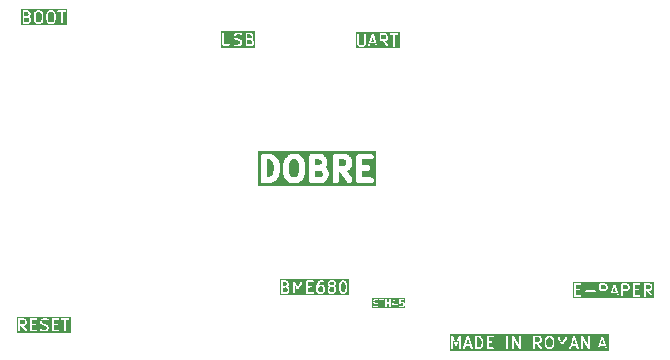
<source format=gbr>
G04 #@! TF.GenerationSoftware,KiCad,Pcbnew,8.0.1*
G04 #@! TF.CreationDate,2024-05-22T20:39:38+03:00*
G04 #@! TF.ProjectId,ESP32-C3_6_pico,45535033-322d-4433-935f-365f7069636f,rev?*
G04 #@! TF.SameCoordinates,Original*
G04 #@! TF.FileFunction,Other,User*
%FSLAX46Y46*%
G04 Gerber Fmt 4.6, Leading zero omitted, Abs format (unit mm)*
G04 Created by KiCad (PCBNEW 8.0.1) date 2024-05-22 20:39:38*
%MOMM*%
%LPD*%
G01*
G04 APERTURE LIST*
%ADD10C,0.500000*%
%ADD11C,0.150000*%
%ADD12C,0.125000*%
G04 APERTURE END LIST*
D10*
G36*
X146703550Y-99088399D02*
G01*
X146823647Y-99204923D01*
X146888650Y-99329174D01*
X146973225Y-99652479D01*
X146976467Y-99878196D01*
X146899485Y-100201013D01*
X146833126Y-100340055D01*
X146712426Y-100464456D01*
X146525822Y-100529517D01*
X146329555Y-100531313D01*
X146326028Y-99026987D01*
X146505362Y-99025346D01*
X146703550Y-99088399D01*
G37*
G36*
X148879047Y-99073866D02*
G01*
X148996820Y-99188135D01*
X149068336Y-99461520D01*
X149072394Y-100065782D01*
X149001575Y-100362757D01*
X148892547Y-100475128D01*
X148787963Y-100529842D01*
X148525018Y-100532782D01*
X148424083Y-100484609D01*
X148306310Y-100370340D01*
X148234794Y-100096953D01*
X148230736Y-99492692D01*
X148301555Y-99195718D01*
X148410584Y-99083346D01*
X148515167Y-99028633D01*
X148778113Y-99025693D01*
X148879047Y-99073866D01*
G37*
G36*
X150990556Y-100041192D02*
G01*
X151015670Y-100065024D01*
X151069013Y-100166987D01*
X151071427Y-100335085D01*
X151023100Y-100436345D01*
X150984827Y-100476676D01*
X150883751Y-100529555D01*
X150424795Y-100532274D01*
X150423500Y-99979952D01*
X150790329Y-99977489D01*
X150990556Y-100041192D01*
G37*
G36*
X150880099Y-99074368D02*
G01*
X150920432Y-99112643D01*
X150974099Y-99215224D01*
X150975575Y-99288753D01*
X150927863Y-99388724D01*
X150889588Y-99429057D01*
X150788431Y-99481978D01*
X150422338Y-99484437D01*
X150421267Y-99027586D01*
X150777074Y-99025197D01*
X150880099Y-99074368D01*
G37*
G36*
X152975337Y-99074368D02*
G01*
X153015670Y-99112643D01*
X153069013Y-99214606D01*
X153071427Y-99382704D01*
X153023100Y-99483964D01*
X152984827Y-99524295D01*
X152883751Y-99577174D01*
X152655281Y-99578528D01*
X152646147Y-99576916D01*
X152638419Y-99578628D01*
X152422562Y-99579907D01*
X152421268Y-99027780D01*
X152872126Y-99025109D01*
X152975337Y-99074368D01*
G37*
G36*
X155622952Y-101279238D02*
G01*
X145580137Y-101279238D01*
X145580137Y-98779238D01*
X145830137Y-98779238D01*
X145834941Y-100828011D01*
X145872270Y-100918131D01*
X145941244Y-100987105D01*
X146031364Y-101024434D01*
X146080137Y-101029238D01*
X146554176Y-101024900D01*
X146587594Y-101027275D01*
X146599878Y-101024481D01*
X146605100Y-101024434D01*
X146611197Y-101021908D01*
X146635384Y-101016409D01*
X146885524Y-100929196D01*
X146890815Y-100929196D01*
X146918951Y-100917541D01*
X146965850Y-100901190D01*
X146972635Y-100895304D01*
X146980935Y-100891867D01*
X147018819Y-100860776D01*
X147207373Y-100666439D01*
X147230016Y-100646802D01*
X147236646Y-100636269D01*
X147240386Y-100632415D01*
X147242912Y-100626314D01*
X147256125Y-100605326D01*
X147341508Y-100426424D01*
X147353802Y-100409833D01*
X147366831Y-100373365D01*
X147368878Y-100369078D01*
X147369005Y-100367281D01*
X147370292Y-100363681D01*
X147458232Y-99994907D01*
X147468190Y-99970868D01*
X147471163Y-99940683D01*
X147472698Y-99934247D01*
X147472155Y-99930603D01*
X147472994Y-99922095D01*
X147469066Y-99648632D01*
X147472698Y-99624228D01*
X147468287Y-99594396D01*
X147468190Y-99587607D01*
X147466780Y-99584204D01*
X147465530Y-99575746D01*
X147431564Y-99445904D01*
X147734899Y-99445904D01*
X147739273Y-100097317D01*
X147735195Y-100124723D01*
X147739659Y-100154921D01*
X147739703Y-100161344D01*
X147741112Y-100164746D01*
X147742363Y-100173205D01*
X147834941Y-100527103D01*
X147834941Y-100542294D01*
X147845726Y-100568333D01*
X147854091Y-100600308D01*
X147865156Y-100615242D01*
X147872269Y-100632414D01*
X147903360Y-100670299D01*
X148097694Y-100858853D01*
X148117334Y-100881498D01*
X148127866Y-100888128D01*
X148131720Y-100891867D01*
X148137819Y-100894393D01*
X148158810Y-100907607D01*
X148319289Y-100984198D01*
X148322196Y-100987105D01*
X148346295Y-100997087D01*
X148395058Y-101020360D01*
X148404017Y-101020996D01*
X148412316Y-101024434D01*
X148461089Y-101029238D01*
X148805123Y-101025391D01*
X148810773Y-101027275D01*
X148843269Y-101024965D01*
X148890815Y-101024434D01*
X148899113Y-101020996D01*
X148908073Y-101020360D01*
X148953845Y-101002845D01*
X149145315Y-100902676D01*
X149171411Y-100891867D01*
X149180965Y-100884025D01*
X149185797Y-100881498D01*
X149190122Y-100876510D01*
X149209295Y-100860776D01*
X149379005Y-100685861D01*
X149390968Y-100678684D01*
X149407119Y-100656885D01*
X149430862Y-100632415D01*
X149437974Y-100615242D01*
X149449040Y-100600309D01*
X149465530Y-100554157D01*
X149553470Y-100185383D01*
X149563428Y-100161344D01*
X149566401Y-100131159D01*
X149567936Y-100124723D01*
X149567393Y-100121079D01*
X149568232Y-100112571D01*
X149563857Y-99461157D01*
X149567936Y-99433752D01*
X149563471Y-99403553D01*
X149563428Y-99397131D01*
X149562018Y-99393728D01*
X149560768Y-99385270D01*
X149468191Y-99031374D01*
X149468191Y-99016180D01*
X149457403Y-98990135D01*
X149449040Y-98958166D01*
X149437975Y-98943232D01*
X149430862Y-98926060D01*
X149399771Y-98888175D01*
X149287493Y-98779238D01*
X149925375Y-98779238D01*
X149930179Y-100828011D01*
X149967508Y-100918131D01*
X150036482Y-100987105D01*
X150126602Y-101024434D01*
X150175375Y-101029238D01*
X150899034Y-101024949D01*
X150906011Y-101027275D01*
X150942341Y-101024693D01*
X150986053Y-101024434D01*
X150994351Y-101020996D01*
X151003311Y-101020360D01*
X151049083Y-101002845D01*
X151240553Y-100902676D01*
X151266649Y-100891867D01*
X151276204Y-100884025D01*
X151281035Y-100881498D01*
X151285359Y-100876512D01*
X151304534Y-100860776D01*
X151401943Y-100758127D01*
X151420492Y-100742040D01*
X151426960Y-100731764D01*
X151430863Y-100727652D01*
X151433390Y-100721549D01*
X151446601Y-100700564D01*
X151523192Y-100540084D01*
X151526099Y-100537178D01*
X151536081Y-100513078D01*
X151559354Y-100464316D01*
X151559990Y-100455356D01*
X151563428Y-100447058D01*
X151568232Y-100398285D01*
X151564647Y-100148704D01*
X151566269Y-100143840D01*
X151564149Y-100114012D01*
X151563428Y-100063798D01*
X151559990Y-100055499D01*
X151559354Y-100046540D01*
X151541839Y-100000768D01*
X151441671Y-99809300D01*
X151430862Y-99783203D01*
X151423018Y-99773645D01*
X151420492Y-99768816D01*
X151415506Y-99764492D01*
X151399771Y-99745318D01*
X151333421Y-99682355D01*
X151335624Y-99680034D01*
X151338150Y-99673933D01*
X151351363Y-99652945D01*
X151427954Y-99492465D01*
X151430861Y-99489559D01*
X151440843Y-99465459D01*
X151464116Y-99416697D01*
X151464752Y-99407737D01*
X151468190Y-99399439D01*
X151472994Y-99350666D01*
X151469867Y-99194950D01*
X151471031Y-99191459D01*
X151469311Y-99167261D01*
X151468190Y-99111417D01*
X151464752Y-99103118D01*
X151464116Y-99094159D01*
X151446601Y-99048387D01*
X151346433Y-98856919D01*
X151335624Y-98830822D01*
X151327780Y-98821264D01*
X151325254Y-98816435D01*
X151320268Y-98812111D01*
X151304533Y-98792937D01*
X151290097Y-98779238D01*
X151925375Y-98779238D01*
X151930179Y-100828011D01*
X151967508Y-100918131D01*
X152036482Y-100987105D01*
X152126602Y-101024434D01*
X152224148Y-101024434D01*
X152314268Y-100987105D01*
X152383242Y-100918131D01*
X152420571Y-100828011D01*
X152425375Y-100779238D01*
X152423724Y-100075385D01*
X152520588Y-100074811D01*
X153145329Y-100959805D01*
X153227590Y-101012227D01*
X153323650Y-101029179D01*
X153418886Y-101008080D01*
X153498799Y-100952141D01*
X153551221Y-100869879D01*
X153568173Y-100773819D01*
X153547074Y-100678583D01*
X153523040Y-100635872D01*
X153093413Y-100027272D01*
X153240553Y-99950295D01*
X153266649Y-99939486D01*
X153276204Y-99931644D01*
X153281035Y-99929117D01*
X153285359Y-99924131D01*
X153304534Y-99908395D01*
X153401943Y-99805746D01*
X153420492Y-99789659D01*
X153426960Y-99779383D01*
X153430863Y-99775271D01*
X153433390Y-99769168D01*
X153446601Y-99748183D01*
X153523192Y-99587703D01*
X153526099Y-99584797D01*
X153536081Y-99560697D01*
X153559354Y-99511935D01*
X153559990Y-99502975D01*
X153563428Y-99494677D01*
X153568232Y-99445904D01*
X153564647Y-99196323D01*
X153566269Y-99191459D01*
X153564149Y-99161631D01*
X153563428Y-99111417D01*
X153559990Y-99103118D01*
X153559354Y-99094159D01*
X153541839Y-99048387D01*
X153441671Y-98856919D01*
X153430862Y-98830822D01*
X153423018Y-98821264D01*
X153420492Y-98816435D01*
X153415506Y-98812111D01*
X153399771Y-98792937D01*
X153385335Y-98779238D01*
X153925375Y-98779238D01*
X153930179Y-100828011D01*
X153967508Y-100918131D01*
X154036482Y-100987105D01*
X154126602Y-101024434D01*
X154175375Y-101029238D01*
X155176529Y-101024434D01*
X155266649Y-100987105D01*
X155335623Y-100918131D01*
X155372952Y-100828011D01*
X155372952Y-100730465D01*
X155335623Y-100640345D01*
X155266649Y-100571371D01*
X155176529Y-100534042D01*
X155127756Y-100529238D01*
X154424796Y-100532611D01*
X154423500Y-99979952D01*
X154890815Y-99976815D01*
X154980935Y-99939486D01*
X155049909Y-99870512D01*
X155087238Y-99780392D01*
X155087238Y-99682846D01*
X155049909Y-99592726D01*
X154980935Y-99523752D01*
X154890815Y-99486423D01*
X154842042Y-99481619D01*
X154422338Y-99484437D01*
X154421268Y-99028058D01*
X155176529Y-99024434D01*
X155266649Y-98987105D01*
X155335623Y-98918131D01*
X155372952Y-98828011D01*
X155372952Y-98730465D01*
X155335623Y-98640345D01*
X155266649Y-98571371D01*
X155176529Y-98534042D01*
X155127756Y-98529238D01*
X154126602Y-98534042D01*
X154036482Y-98571371D01*
X153967508Y-98640345D01*
X153930179Y-98730465D01*
X153925375Y-98779238D01*
X153385335Y-98779238D01*
X153297127Y-98695532D01*
X153281035Y-98676978D01*
X153270755Y-98670507D01*
X153266648Y-98666609D01*
X153260553Y-98664084D01*
X153239560Y-98650869D01*
X153079079Y-98574277D01*
X153076173Y-98571371D01*
X153052074Y-98561389D01*
X153003311Y-98538116D01*
X152994351Y-98537479D01*
X152986053Y-98534042D01*
X152937280Y-98529238D01*
X152126602Y-98534042D01*
X152036482Y-98571371D01*
X151967508Y-98640345D01*
X151930179Y-98730465D01*
X151925375Y-98779238D01*
X151290097Y-98779238D01*
X151201889Y-98695532D01*
X151185797Y-98676978D01*
X151175517Y-98670507D01*
X151171410Y-98666609D01*
X151165315Y-98664084D01*
X151144322Y-98650869D01*
X150983841Y-98574277D01*
X150980935Y-98571371D01*
X150956836Y-98561389D01*
X150908073Y-98538116D01*
X150899113Y-98537479D01*
X150890815Y-98534042D01*
X150842042Y-98529238D01*
X150126602Y-98534042D01*
X150036482Y-98571371D01*
X149967508Y-98640345D01*
X149930179Y-98730465D01*
X149925375Y-98779238D01*
X149287493Y-98779238D01*
X149205439Y-98699625D01*
X149185797Y-98676978D01*
X149175261Y-98670345D01*
X149171410Y-98666609D01*
X149165315Y-98664084D01*
X149144322Y-98650869D01*
X148983841Y-98574277D01*
X148980935Y-98571371D01*
X148956836Y-98561389D01*
X148908073Y-98538116D01*
X148899113Y-98537479D01*
X148890815Y-98534042D01*
X148842042Y-98529238D01*
X148498007Y-98533084D01*
X148492358Y-98531201D01*
X148459861Y-98533510D01*
X148412316Y-98534042D01*
X148404017Y-98537479D01*
X148395058Y-98538116D01*
X148349286Y-98555631D01*
X148157820Y-98655797D01*
X148131721Y-98666608D01*
X148122163Y-98674451D01*
X148117334Y-98676978D01*
X148113010Y-98681963D01*
X148093836Y-98697699D01*
X147924127Y-98872612D01*
X147912163Y-98879791D01*
X147896009Y-98901592D01*
X147872270Y-98926060D01*
X147865157Y-98943231D01*
X147854091Y-98958167D01*
X147837601Y-99004318D01*
X147749660Y-99373091D01*
X147739703Y-99397131D01*
X147736729Y-99427315D01*
X147735195Y-99433752D01*
X147735737Y-99437395D01*
X147734899Y-99445904D01*
X147431564Y-99445904D01*
X147370524Y-99212568D01*
X147368878Y-99189397D01*
X147354923Y-99152930D01*
X147353802Y-99148642D01*
X147352728Y-99147192D01*
X147351363Y-99143625D01*
X147251196Y-98952159D01*
X147240386Y-98926060D01*
X147232542Y-98916502D01*
X147230016Y-98911673D01*
X147225030Y-98907349D01*
X147209295Y-98888175D01*
X147041749Y-98725614D01*
X147039541Y-98721198D01*
X147017450Y-98702039D01*
X146980934Y-98666609D01*
X146972636Y-98663172D01*
X146965850Y-98657286D01*
X146921099Y-98637305D01*
X146633502Y-98545806D01*
X146605100Y-98534042D01*
X146592678Y-98532818D01*
X146587594Y-98531201D01*
X146581008Y-98531669D01*
X146556327Y-98529238D01*
X146031364Y-98534042D01*
X145941244Y-98571371D01*
X145872270Y-98640345D01*
X145834941Y-98730465D01*
X145830137Y-98779238D01*
X145580137Y-98779238D01*
X145580137Y-98279238D01*
X155622952Y-98279238D01*
X155622952Y-101279238D01*
G37*
D11*
G36*
X164375727Y-114131290D02*
G01*
X164449936Y-114204080D01*
X164488627Y-114279215D01*
X164533245Y-114452645D01*
X164534387Y-114577417D01*
X164492361Y-114750540D01*
X164453636Y-114830350D01*
X164379359Y-114906076D01*
X164266280Y-114944867D01*
X164111673Y-114945749D01*
X164110464Y-114094398D01*
X164259131Y-114093551D01*
X164375727Y-114131290D01*
G37*
G36*
X170418739Y-114126770D02*
G01*
X170492531Y-114199152D01*
X170533224Y-114357323D01*
X170534527Y-114672077D01*
X170494413Y-114837325D01*
X170423946Y-114909166D01*
X170354500Y-114944928D01*
X170199331Y-114946018D01*
X170131009Y-114912867D01*
X170057216Y-114840485D01*
X170016523Y-114682313D01*
X170015220Y-114367559D01*
X170055334Y-114202311D01*
X170125802Y-114130470D01*
X170195247Y-114094709D01*
X170350416Y-114093619D01*
X170418739Y-114126770D01*
G37*
G36*
X169418946Y-114126871D02*
G01*
X169450273Y-114157115D01*
X169485731Y-114225972D01*
X169486716Y-114333604D01*
X169453536Y-114401985D01*
X169423291Y-114433313D01*
X169354603Y-114468684D01*
X169228452Y-114469144D01*
X169225630Y-114468646D01*
X169223296Y-114469162D01*
X169063378Y-114469745D01*
X169062845Y-114094550D01*
X169350179Y-114093503D01*
X169418946Y-114126871D01*
G37*
G36*
X163505174Y-114659406D02*
G01*
X163235134Y-114660199D01*
X163369679Y-114254742D01*
X163505174Y-114659406D01*
G37*
G36*
X172505174Y-114659406D02*
G01*
X172235134Y-114660199D01*
X172369679Y-114254742D01*
X172505174Y-114659406D01*
G37*
G36*
X174886126Y-114659406D02*
G01*
X174616086Y-114660199D01*
X174750631Y-114254742D01*
X174886126Y-114659406D01*
G37*
G36*
X175269919Y-115205930D02*
G01*
X161850668Y-115205930D01*
X161850668Y-114019819D01*
X161961779Y-114019819D01*
X161963220Y-115034451D01*
X161974419Y-115061487D01*
X161995111Y-115082179D01*
X162022147Y-115093378D01*
X162051411Y-115093378D01*
X162078447Y-115082179D01*
X162099139Y-115061487D01*
X162110338Y-115034451D01*
X162111779Y-115019819D01*
X162110834Y-114354441D01*
X162302209Y-114762619D01*
X162305982Y-114772993D01*
X162308218Y-114775435D01*
X162309642Y-114778471D01*
X162318051Y-114786171D01*
X162325746Y-114794574D01*
X162328764Y-114795982D01*
X162331223Y-114798234D01*
X162341935Y-114802129D01*
X162352264Y-114806950D01*
X162355592Y-114807096D01*
X162358724Y-114808235D01*
X162370118Y-114807734D01*
X162381500Y-114808234D01*
X162384628Y-114807096D01*
X162387960Y-114806950D01*
X162398295Y-114802126D01*
X162409001Y-114798234D01*
X162411456Y-114795984D01*
X162414478Y-114794575D01*
X162422179Y-114786164D01*
X162430582Y-114778470D01*
X162433065Y-114774277D01*
X162434242Y-114772993D01*
X162434902Y-114771177D01*
X162438076Y-114765820D01*
X162628920Y-114354943D01*
X162629886Y-115034451D01*
X162641085Y-115061487D01*
X162661777Y-115082179D01*
X162688813Y-115093378D01*
X162718077Y-115093378D01*
X162745113Y-115082179D01*
X162765805Y-115061487D01*
X162777004Y-115034451D01*
X162778445Y-115019819D01*
X162778432Y-115010439D01*
X162962368Y-115010439D01*
X162964443Y-115039629D01*
X162977529Y-115065802D01*
X162999636Y-115084976D01*
X163027399Y-115094230D01*
X163056589Y-115092155D01*
X163082762Y-115079069D01*
X163101936Y-115056962D01*
X163107930Y-115043536D01*
X163185775Y-114808946D01*
X163554881Y-114807862D01*
X163638288Y-115056961D01*
X163657462Y-115079068D01*
X163683635Y-115092155D01*
X163712825Y-115094230D01*
X163740587Y-115084976D01*
X163762695Y-115065802D01*
X163775781Y-115039628D01*
X163777856Y-115010438D01*
X163774596Y-114996102D01*
X163447705Y-114019819D01*
X163961779Y-114019819D01*
X163963220Y-115034451D01*
X163974419Y-115061487D01*
X163995111Y-115082179D01*
X164022147Y-115093378D01*
X164036779Y-115094819D01*
X164273548Y-115093468D01*
X164284254Y-115094230D01*
X164287962Y-115093386D01*
X164289506Y-115093378D01*
X164291337Y-115092619D01*
X164298591Y-115090970D01*
X164430381Y-115045759D01*
X164432363Y-115045759D01*
X164441915Y-115041802D01*
X164454873Y-115037357D01*
X164456908Y-115035591D01*
X164459399Y-115034560D01*
X164470764Y-115025233D01*
X164564696Y-114929468D01*
X164572219Y-114922945D01*
X164574231Y-114919748D01*
X164575330Y-114918628D01*
X164576087Y-114916798D01*
X164580051Y-114910502D01*
X164624319Y-114819269D01*
X164628402Y-114813759D01*
X164632337Y-114802743D01*
X164632925Y-114801533D01*
X164632963Y-114800992D01*
X164633349Y-114799913D01*
X164678589Y-114613547D01*
X164681766Y-114605879D01*
X164682663Y-114596764D01*
X164683118Y-114594893D01*
X164682955Y-114593800D01*
X164683207Y-114591247D01*
X164681939Y-114452667D01*
X164683118Y-114444744D01*
X164681783Y-114435719D01*
X164681766Y-114433758D01*
X164681343Y-114432736D01*
X164680968Y-114430200D01*
X164633450Y-114245501D01*
X164632925Y-114238104D01*
X164628721Y-114227121D01*
X164628402Y-114225878D01*
X164628079Y-114225442D01*
X164627670Y-114224373D01*
X164578981Y-114129823D01*
X164575330Y-114121008D01*
X164572945Y-114118102D01*
X164572219Y-114116692D01*
X164570722Y-114115393D01*
X164566002Y-114109643D01*
X164477831Y-114023158D01*
X164476980Y-114021455D01*
X164475094Y-114019819D01*
X164961779Y-114019819D01*
X164963220Y-115034451D01*
X164974419Y-115061487D01*
X164995111Y-115082179D01*
X165022147Y-115093378D01*
X165036779Y-115094819D01*
X165527601Y-115093378D01*
X165554637Y-115082179D01*
X165575329Y-115061487D01*
X165586528Y-115034451D01*
X165586528Y-115005187D01*
X165575329Y-114978151D01*
X165554637Y-114957459D01*
X165527601Y-114946260D01*
X165512969Y-114944819D01*
X165111674Y-114945997D01*
X165111141Y-114570701D01*
X165384744Y-114569568D01*
X165411780Y-114558369D01*
X165432472Y-114537677D01*
X165443671Y-114510641D01*
X165443671Y-114481377D01*
X165432472Y-114454341D01*
X165411780Y-114433649D01*
X165384744Y-114422450D01*
X165370112Y-114421009D01*
X165110930Y-114422082D01*
X165110464Y-114094602D01*
X165527601Y-114093378D01*
X165554637Y-114082179D01*
X165575329Y-114061487D01*
X165586528Y-114034451D01*
X165586528Y-114019819D01*
X166628446Y-114019819D01*
X166629887Y-115034451D01*
X166641086Y-115061487D01*
X166661778Y-115082179D01*
X166688814Y-115093378D01*
X166718078Y-115093378D01*
X166745114Y-115082179D01*
X166765806Y-115061487D01*
X166777005Y-115034451D01*
X166778446Y-115019819D01*
X166777026Y-114019819D01*
X167104636Y-114019819D01*
X167106077Y-115034451D01*
X167117276Y-115061487D01*
X167137968Y-115082179D01*
X167165004Y-115093378D01*
X167194268Y-115093378D01*
X167221304Y-115082179D01*
X167241996Y-115061487D01*
X167253195Y-115034451D01*
X167254636Y-115019819D01*
X167253613Y-114299749D01*
X167684960Y-115052448D01*
X167688704Y-115061487D01*
X167692066Y-115064849D01*
X167694456Y-115069019D01*
X167702344Y-115075127D01*
X167709396Y-115082179D01*
X167713814Y-115084009D01*
X167717594Y-115086936D01*
X167727215Y-115089560D01*
X167736432Y-115093378D01*
X167741213Y-115093378D01*
X167745825Y-115094636D01*
X167755722Y-115093378D01*
X167765696Y-115093378D01*
X167770111Y-115091548D01*
X167774855Y-115090946D01*
X167783519Y-115085995D01*
X167792732Y-115082179D01*
X167796110Y-115078800D01*
X167800264Y-115076427D01*
X167806373Y-115068537D01*
X167813424Y-115061487D01*
X167815253Y-115057070D01*
X167818181Y-115053290D01*
X167820805Y-115043666D01*
X167824623Y-115034451D01*
X167825359Y-115026968D01*
X167825881Y-115025058D01*
X167825693Y-115023582D01*
X167826064Y-115019819D01*
X167824644Y-114019819D01*
X168914160Y-114019819D01*
X168915601Y-115034451D01*
X168926800Y-115061487D01*
X168947492Y-115082179D01*
X168974528Y-115093378D01*
X169003792Y-115093378D01*
X169030828Y-115082179D01*
X169051520Y-115061487D01*
X169062719Y-115034451D01*
X169064160Y-115019819D01*
X169063589Y-114618356D01*
X169187812Y-114617904D01*
X169508717Y-115073989D01*
X169533396Y-115089716D01*
X169562213Y-115094802D01*
X169590784Y-115088472D01*
X169614758Y-115071690D01*
X169630485Y-115047012D01*
X169635570Y-115018194D01*
X169629241Y-114989623D01*
X169622031Y-114976810D01*
X169369174Y-114617439D01*
X169372072Y-114617233D01*
X169384744Y-114617187D01*
X169387233Y-114616155D01*
X169389921Y-114615965D01*
X169403653Y-114610710D01*
X169498209Y-114562017D01*
X169507018Y-114558369D01*
X169509920Y-114555986D01*
X169511334Y-114555259D01*
X169512633Y-114553760D01*
X169518383Y-114549042D01*
X169565724Y-114500006D01*
X169572219Y-114494374D01*
X169574198Y-114491228D01*
X169575329Y-114490058D01*
X169576086Y-114488230D01*
X169580051Y-114481931D01*
X169621726Y-114396041D01*
X169622948Y-114394820D01*
X169626617Y-114385960D01*
X169632925Y-114372962D01*
X169633116Y-114370272D01*
X169634147Y-114367784D01*
X169635588Y-114353152D01*
X169866541Y-114353152D01*
X169867901Y-114681588D01*
X169866630Y-114690131D01*
X169867974Y-114699223D01*
X169867982Y-114701117D01*
X169868404Y-114702138D01*
X169868780Y-114704675D01*
X169915601Y-114886666D01*
X169915601Y-114891592D01*
X169918945Y-114899667D01*
X169921346Y-114908997D01*
X169924665Y-114913476D01*
X169926799Y-114918628D01*
X169936127Y-114929994D01*
X170031894Y-115023932D01*
X170038414Y-115031450D01*
X170041607Y-115033460D01*
X170042730Y-115034561D01*
X170044562Y-115035319D01*
X170050857Y-115039282D01*
X170136746Y-115080957D01*
X170137968Y-115082179D01*
X170146827Y-115085848D01*
X170159826Y-115092156D01*
X170162515Y-115092347D01*
X170165004Y-115093378D01*
X170179636Y-115094819D01*
X170358723Y-115093560D01*
X170360731Y-115094230D01*
X170371403Y-115093471D01*
X170384744Y-115093378D01*
X170387233Y-115092346D01*
X170389921Y-115092156D01*
X170403653Y-115086901D01*
X170498207Y-115038209D01*
X170507018Y-115034560D01*
X170509920Y-115032177D01*
X170511334Y-115031450D01*
X170512633Y-115029951D01*
X170518383Y-115025233D01*
X170606978Y-114934909D01*
X170610980Y-114932509D01*
X170616065Y-114925645D01*
X170622949Y-114918628D01*
X170625082Y-114913476D01*
X170628402Y-114908997D01*
X170633349Y-114895151D01*
X170678589Y-114708785D01*
X170681766Y-114701117D01*
X170682663Y-114692002D01*
X170683118Y-114690131D01*
X170682955Y-114689038D01*
X170683207Y-114686485D01*
X170681846Y-114358048D01*
X170683118Y-114349506D01*
X170681773Y-114340413D01*
X170681766Y-114338520D01*
X170681343Y-114337498D01*
X170680968Y-114334962D01*
X170634147Y-114152970D01*
X170634147Y-114148045D01*
X170630801Y-114139968D01*
X170628402Y-114130640D01*
X170625083Y-114126161D01*
X170622949Y-114121008D01*
X170613621Y-114109643D01*
X170522046Y-114019819D01*
X170961779Y-114019819D01*
X170963220Y-115034451D01*
X170974419Y-115061487D01*
X170995111Y-115082179D01*
X171022147Y-115093378D01*
X171051411Y-115093378D01*
X171078447Y-115082179D01*
X171099139Y-115061487D01*
X171110338Y-115034451D01*
X171111779Y-115019819D01*
X171110834Y-114354441D01*
X171302209Y-114762619D01*
X171305982Y-114772993D01*
X171308218Y-114775435D01*
X171309642Y-114778471D01*
X171318051Y-114786171D01*
X171325746Y-114794574D01*
X171328764Y-114795982D01*
X171331223Y-114798234D01*
X171341935Y-114802129D01*
X171352264Y-114806950D01*
X171355592Y-114807096D01*
X171358724Y-114808235D01*
X171370118Y-114807734D01*
X171381500Y-114808234D01*
X171384628Y-114807096D01*
X171387960Y-114806950D01*
X171398295Y-114802126D01*
X171409001Y-114798234D01*
X171411456Y-114795984D01*
X171414478Y-114794575D01*
X171422179Y-114786164D01*
X171430582Y-114778470D01*
X171433065Y-114774277D01*
X171434242Y-114772993D01*
X171434902Y-114771177D01*
X171438076Y-114765820D01*
X171628920Y-114354943D01*
X171629886Y-115034451D01*
X171641085Y-115061487D01*
X171661777Y-115082179D01*
X171688813Y-115093378D01*
X171718077Y-115093378D01*
X171745113Y-115082179D01*
X171765805Y-115061487D01*
X171777004Y-115034451D01*
X171778445Y-115019819D01*
X171778432Y-115010439D01*
X171962368Y-115010439D01*
X171964443Y-115039629D01*
X171977529Y-115065802D01*
X171999636Y-115084976D01*
X172027399Y-115094230D01*
X172056589Y-115092155D01*
X172082762Y-115079069D01*
X172101936Y-115056962D01*
X172107930Y-115043536D01*
X172185775Y-114808946D01*
X172554881Y-114807862D01*
X172638288Y-115056961D01*
X172657462Y-115079068D01*
X172683635Y-115092155D01*
X172712825Y-115094230D01*
X172740587Y-115084976D01*
X172762695Y-115065802D01*
X172775781Y-115039628D01*
X172777856Y-115010438D01*
X172774596Y-114996102D01*
X172447705Y-114019819D01*
X172961779Y-114019819D01*
X172963220Y-115034451D01*
X172974419Y-115061487D01*
X172995111Y-115082179D01*
X173022147Y-115093378D01*
X173051411Y-115093378D01*
X173078447Y-115082179D01*
X173099139Y-115061487D01*
X173110338Y-115034451D01*
X173111779Y-115019819D01*
X173110756Y-114299749D01*
X173542103Y-115052448D01*
X173545847Y-115061487D01*
X173549209Y-115064849D01*
X173551599Y-115069019D01*
X173559487Y-115075127D01*
X173566539Y-115082179D01*
X173570957Y-115084009D01*
X173574737Y-115086936D01*
X173584358Y-115089560D01*
X173593575Y-115093378D01*
X173598356Y-115093378D01*
X173602968Y-115094636D01*
X173612865Y-115093378D01*
X173622839Y-115093378D01*
X173627254Y-115091548D01*
X173631998Y-115090946D01*
X173640662Y-115085995D01*
X173649875Y-115082179D01*
X173653253Y-115078800D01*
X173657407Y-115076427D01*
X173663516Y-115068537D01*
X173670567Y-115061487D01*
X173672396Y-115057070D01*
X173675324Y-115053290D01*
X173677948Y-115043666D01*
X173681766Y-115034451D01*
X173682502Y-115026968D01*
X173683024Y-115025058D01*
X173682836Y-115023582D01*
X173683207Y-115019819D01*
X173681787Y-114019819D01*
X174009398Y-114019819D01*
X174010839Y-115034451D01*
X174022038Y-115061487D01*
X174042730Y-115082179D01*
X174069766Y-115093378D01*
X174099030Y-115093378D01*
X174126066Y-115082179D01*
X174146758Y-115061487D01*
X174157957Y-115034451D01*
X174159398Y-115019819D01*
X174159385Y-115010439D01*
X174343320Y-115010439D01*
X174345395Y-115039629D01*
X174358481Y-115065802D01*
X174380588Y-115084976D01*
X174408351Y-115094230D01*
X174437541Y-115092155D01*
X174463714Y-115079069D01*
X174482888Y-115056962D01*
X174488882Y-115043536D01*
X174566727Y-114808946D01*
X174935833Y-114807862D01*
X175019240Y-115056961D01*
X175038414Y-115079068D01*
X175064587Y-115092155D01*
X175093777Y-115094230D01*
X175121539Y-115084976D01*
X175143647Y-115065802D01*
X175156733Y-115039628D01*
X175158808Y-115010438D01*
X175155548Y-114996102D01*
X174823770Y-114005223D01*
X174823400Y-114000010D01*
X174819236Y-113991683D01*
X174816221Y-113982676D01*
X174812709Y-113978627D01*
X174810314Y-113973836D01*
X174803210Y-113967674D01*
X174797047Y-113960569D01*
X174792253Y-113958172D01*
X174788206Y-113954662D01*
X174779284Y-113951688D01*
X174770874Y-113947483D01*
X174765529Y-113947103D01*
X174760444Y-113945408D01*
X174751064Y-113946074D01*
X174741684Y-113945408D01*
X174736598Y-113947103D01*
X174731254Y-113947483D01*
X174722846Y-113951687D01*
X174713921Y-113954662D01*
X174709870Y-113958175D01*
X174705081Y-113960570D01*
X174698922Y-113967670D01*
X174691814Y-113973836D01*
X174689417Y-113978629D01*
X174685907Y-113982677D01*
X174679913Y-113996102D01*
X174441738Y-114713850D01*
X174439410Y-114719472D01*
X174439410Y-114720867D01*
X174343320Y-115010439D01*
X174159385Y-115010439D01*
X174157957Y-114005187D01*
X174146758Y-113978151D01*
X174126066Y-113957459D01*
X174099030Y-113946260D01*
X174069766Y-113946260D01*
X174042730Y-113957459D01*
X174022038Y-113978151D01*
X174010839Y-114005187D01*
X174009398Y-114019819D01*
X173681787Y-114019819D01*
X173681766Y-114005187D01*
X173670567Y-113978151D01*
X173649875Y-113957459D01*
X173622839Y-113946260D01*
X173593575Y-113946260D01*
X173566539Y-113957459D01*
X173545847Y-113978151D01*
X173534648Y-114005187D01*
X173533207Y-114019819D01*
X173534229Y-114739888D01*
X173102882Y-113987189D01*
X173099139Y-113978151D01*
X173095776Y-113974788D01*
X173093387Y-113970619D01*
X173085497Y-113964509D01*
X173078447Y-113957459D01*
X173074030Y-113955629D01*
X173070250Y-113952702D01*
X173060626Y-113950077D01*
X173051411Y-113946260D01*
X173046630Y-113946260D01*
X173042018Y-113945002D01*
X173032121Y-113946260D01*
X173022147Y-113946260D01*
X173017731Y-113948089D01*
X173012988Y-113948692D01*
X173004323Y-113953642D01*
X172995111Y-113957459D01*
X172991732Y-113960837D01*
X172987579Y-113963211D01*
X172981469Y-113971100D01*
X172974419Y-113978151D01*
X172972589Y-113982567D01*
X172969662Y-113986348D01*
X172967037Y-113995971D01*
X172963220Y-114005187D01*
X172962483Y-114012669D01*
X172961962Y-114014580D01*
X172962149Y-114016055D01*
X172961779Y-114019819D01*
X172447705Y-114019819D01*
X172442818Y-114005223D01*
X172442448Y-114000010D01*
X172438284Y-113991683D01*
X172435269Y-113982676D01*
X172431757Y-113978627D01*
X172429362Y-113973836D01*
X172422258Y-113967674D01*
X172416095Y-113960569D01*
X172411301Y-113958172D01*
X172407254Y-113954662D01*
X172398332Y-113951688D01*
X172389922Y-113947483D01*
X172384577Y-113947103D01*
X172379492Y-113945408D01*
X172370112Y-113946074D01*
X172360732Y-113945408D01*
X172355646Y-113947103D01*
X172350302Y-113947483D01*
X172341894Y-113951687D01*
X172332969Y-113954662D01*
X172328918Y-113958175D01*
X172324129Y-113960570D01*
X172317970Y-113967670D01*
X172310862Y-113973836D01*
X172308465Y-113978629D01*
X172304955Y-113982677D01*
X172298961Y-113996102D01*
X172060786Y-114713850D01*
X172058458Y-114719472D01*
X172058458Y-114720867D01*
X171962368Y-115010439D01*
X171778432Y-115010439D01*
X171777026Y-114020923D01*
X171777575Y-114008431D01*
X171777006Y-114006867D01*
X171777004Y-114005187D01*
X171772022Y-113993160D01*
X171767575Y-113980930D01*
X171766445Y-113979696D01*
X171765805Y-113978151D01*
X171756605Y-113968951D01*
X171747811Y-113959348D01*
X171746294Y-113958640D01*
X171745113Y-113957459D01*
X171733100Y-113952482D01*
X171721293Y-113946973D01*
X171719620Y-113946899D01*
X171718077Y-113946260D01*
X171705071Y-113946260D01*
X171692057Y-113945688D01*
X171690484Y-113946260D01*
X171688813Y-113946260D01*
X171676794Y-113951238D01*
X171664556Y-113955689D01*
X171663322Y-113956819D01*
X171661777Y-113957459D01*
X171652578Y-113966657D01*
X171642975Y-113975452D01*
X171641799Y-113977436D01*
X171641085Y-113978151D01*
X171640408Y-113979784D01*
X171635481Y-113988102D01*
X171370577Y-114558422D01*
X171103878Y-113989592D01*
X171099139Y-113978151D01*
X171097962Y-113976974D01*
X171097249Y-113975453D01*
X171087652Y-113966664D01*
X171078447Y-113957459D01*
X171076901Y-113956818D01*
X171075668Y-113955689D01*
X171063437Y-113951241D01*
X171051411Y-113946260D01*
X171049737Y-113946260D01*
X171048167Y-113945689D01*
X171035166Y-113946260D01*
X171022147Y-113946260D01*
X171020602Y-113946899D01*
X171018931Y-113946973D01*
X171007132Y-113952479D01*
X170995111Y-113957459D01*
X170993928Y-113958641D01*
X170992413Y-113959349D01*
X170983624Y-113968945D01*
X170974419Y-113978151D01*
X170973778Y-113979696D01*
X170972649Y-113980930D01*
X170968201Y-113993160D01*
X170963220Y-114005187D01*
X170962993Y-114007482D01*
X170962649Y-114008431D01*
X170962726Y-114010197D01*
X170961779Y-114019819D01*
X170522046Y-114019819D01*
X170517858Y-114015711D01*
X170511334Y-114008188D01*
X170508137Y-114006175D01*
X170507018Y-114005078D01*
X170505190Y-114004320D01*
X170498891Y-114000356D01*
X170413002Y-113958681D01*
X170411780Y-113957459D01*
X170402914Y-113953786D01*
X170389921Y-113947482D01*
X170387233Y-113947291D01*
X170384744Y-113946260D01*
X170370112Y-113944819D01*
X170191023Y-113946077D01*
X170189016Y-113945408D01*
X170178343Y-113946166D01*
X170165004Y-113946260D01*
X170162515Y-113947290D01*
X170159826Y-113947482D01*
X170146095Y-113952737D01*
X170051545Y-114001425D01*
X170042730Y-114005077D01*
X170039824Y-114007461D01*
X170038414Y-114008188D01*
X170037115Y-114009684D01*
X170031365Y-114014405D01*
X169942769Y-114104726D01*
X169938768Y-114107128D01*
X169933681Y-114113991D01*
X169926800Y-114121008D01*
X169924666Y-114126158D01*
X169921346Y-114130640D01*
X169916399Y-114144486D01*
X169871158Y-114330851D01*
X169867982Y-114338520D01*
X169867084Y-114347634D01*
X169866630Y-114349506D01*
X169866792Y-114350598D01*
X169866541Y-114353152D01*
X169635588Y-114353152D01*
X169634383Y-114221521D01*
X169634999Y-114219675D01*
X169634273Y-114209460D01*
X169634147Y-114195663D01*
X169633116Y-114193174D01*
X169632925Y-114190485D01*
X169627670Y-114176754D01*
X169578978Y-114082199D01*
X169575329Y-114073389D01*
X169572946Y-114070486D01*
X169572219Y-114069073D01*
X169570720Y-114067773D01*
X169566002Y-114062024D01*
X169516966Y-114014682D01*
X169511334Y-114008188D01*
X169508188Y-114006208D01*
X169507018Y-114005078D01*
X169505190Y-114004320D01*
X169498891Y-114000356D01*
X169413002Y-113958681D01*
X169411780Y-113957459D01*
X169402914Y-113953786D01*
X169389921Y-113947482D01*
X169387233Y-113947291D01*
X169384744Y-113946260D01*
X169370112Y-113944819D01*
X168974528Y-113946260D01*
X168947492Y-113957459D01*
X168926800Y-113978151D01*
X168915601Y-114005187D01*
X168914160Y-114019819D01*
X167824644Y-114019819D01*
X167824623Y-114005187D01*
X167813424Y-113978151D01*
X167792732Y-113957459D01*
X167765696Y-113946260D01*
X167736432Y-113946260D01*
X167709396Y-113957459D01*
X167688704Y-113978151D01*
X167677505Y-114005187D01*
X167676064Y-114019819D01*
X167677086Y-114739888D01*
X167245739Y-113987189D01*
X167241996Y-113978151D01*
X167238633Y-113974788D01*
X167236244Y-113970619D01*
X167228354Y-113964509D01*
X167221304Y-113957459D01*
X167216887Y-113955629D01*
X167213107Y-113952702D01*
X167203483Y-113950077D01*
X167194268Y-113946260D01*
X167189487Y-113946260D01*
X167184875Y-113945002D01*
X167174978Y-113946260D01*
X167165004Y-113946260D01*
X167160588Y-113948089D01*
X167155845Y-113948692D01*
X167147180Y-113953642D01*
X167137968Y-113957459D01*
X167134589Y-113960837D01*
X167130436Y-113963211D01*
X167124326Y-113971100D01*
X167117276Y-113978151D01*
X167115446Y-113982567D01*
X167112519Y-113986348D01*
X167109894Y-113995971D01*
X167106077Y-114005187D01*
X167105340Y-114012669D01*
X167104819Y-114014580D01*
X167105006Y-114016055D01*
X167104636Y-114019819D01*
X166777026Y-114019819D01*
X166777005Y-114005187D01*
X166765806Y-113978151D01*
X166745114Y-113957459D01*
X166718078Y-113946260D01*
X166688814Y-113946260D01*
X166661778Y-113957459D01*
X166641086Y-113978151D01*
X166629887Y-114005187D01*
X166628446Y-114019819D01*
X165586528Y-114019819D01*
X165586528Y-114005187D01*
X165575329Y-113978151D01*
X165554637Y-113957459D01*
X165527601Y-113946260D01*
X165512969Y-113944819D01*
X165022147Y-113946260D01*
X164995111Y-113957459D01*
X164974419Y-113978151D01*
X164963220Y-114005187D01*
X164961779Y-114019819D01*
X164475094Y-114019819D01*
X164469337Y-114014826D01*
X164459399Y-114005078D01*
X164456908Y-114004046D01*
X164454873Y-114002281D01*
X164441448Y-113996287D01*
X164298869Y-113950138D01*
X164289506Y-113946260D01*
X164285740Y-113945889D01*
X164284254Y-113945408D01*
X164282279Y-113945548D01*
X164274874Y-113944819D01*
X164022147Y-113946260D01*
X163995111Y-113957459D01*
X163974419Y-113978151D01*
X163963220Y-114005187D01*
X163961779Y-114019819D01*
X163447705Y-114019819D01*
X163442818Y-114005223D01*
X163442448Y-114000010D01*
X163438284Y-113991683D01*
X163435269Y-113982676D01*
X163431757Y-113978627D01*
X163429362Y-113973836D01*
X163422258Y-113967674D01*
X163416095Y-113960569D01*
X163411301Y-113958172D01*
X163407254Y-113954662D01*
X163398332Y-113951688D01*
X163389922Y-113947483D01*
X163384577Y-113947103D01*
X163379492Y-113945408D01*
X163370112Y-113946074D01*
X163360732Y-113945408D01*
X163355646Y-113947103D01*
X163350302Y-113947483D01*
X163341894Y-113951687D01*
X163332969Y-113954662D01*
X163328918Y-113958175D01*
X163324129Y-113960570D01*
X163317970Y-113967670D01*
X163310862Y-113973836D01*
X163308465Y-113978629D01*
X163304955Y-113982677D01*
X163298961Y-113996102D01*
X163060786Y-114713850D01*
X163058458Y-114719472D01*
X163058458Y-114720867D01*
X162962368Y-115010439D01*
X162778432Y-115010439D01*
X162777026Y-114020923D01*
X162777575Y-114008431D01*
X162777006Y-114006867D01*
X162777004Y-114005187D01*
X162772022Y-113993160D01*
X162767575Y-113980930D01*
X162766445Y-113979696D01*
X162765805Y-113978151D01*
X162756605Y-113968951D01*
X162747811Y-113959348D01*
X162746294Y-113958640D01*
X162745113Y-113957459D01*
X162733100Y-113952482D01*
X162721293Y-113946973D01*
X162719620Y-113946899D01*
X162718077Y-113946260D01*
X162705071Y-113946260D01*
X162692057Y-113945688D01*
X162690484Y-113946260D01*
X162688813Y-113946260D01*
X162676794Y-113951238D01*
X162664556Y-113955689D01*
X162663322Y-113956819D01*
X162661777Y-113957459D01*
X162652578Y-113966657D01*
X162642975Y-113975452D01*
X162641799Y-113977436D01*
X162641085Y-113978151D01*
X162640408Y-113979784D01*
X162635481Y-113988102D01*
X162370577Y-114558422D01*
X162103878Y-113989592D01*
X162099139Y-113978151D01*
X162097962Y-113976974D01*
X162097249Y-113975453D01*
X162087652Y-113966664D01*
X162078447Y-113957459D01*
X162076901Y-113956818D01*
X162075668Y-113955689D01*
X162063437Y-113951241D01*
X162051411Y-113946260D01*
X162049737Y-113946260D01*
X162048167Y-113945689D01*
X162035166Y-113946260D01*
X162022147Y-113946260D01*
X162020602Y-113946899D01*
X162018931Y-113946973D01*
X162007132Y-113952479D01*
X161995111Y-113957459D01*
X161993928Y-113958641D01*
X161992413Y-113959349D01*
X161983624Y-113968945D01*
X161974419Y-113978151D01*
X161973778Y-113979696D01*
X161972649Y-113980930D01*
X161968201Y-113993160D01*
X161963220Y-114005187D01*
X161962993Y-114007482D01*
X161962649Y-114008431D01*
X161962726Y-114010197D01*
X161961779Y-114019819D01*
X161850668Y-114019819D01*
X161850668Y-113833708D01*
X175269919Y-113833708D01*
X175269919Y-115205930D01*
G37*
G36*
X145046231Y-88957566D02*
G01*
X145072892Y-88983305D01*
X145108350Y-89052162D01*
X145109335Y-89159794D01*
X145076155Y-89228175D01*
X145045909Y-89259504D01*
X144977222Y-89294875D01*
X144686674Y-89295933D01*
X144686141Y-88920701D01*
X144929225Y-88919694D01*
X145046231Y-88957566D01*
G37*
G36*
X144993946Y-88476871D02*
G01*
X145025273Y-88507115D01*
X145060795Y-88576096D01*
X145061584Y-88636257D01*
X145028536Y-88704366D01*
X144998291Y-88735694D01*
X144929588Y-88771073D01*
X144685930Y-88772082D01*
X144685464Y-88444513D01*
X144925214Y-88443520D01*
X144993946Y-88476871D01*
G37*
G36*
X145369318Y-89555930D02*
G01*
X142425668Y-89555930D01*
X142425668Y-88369819D01*
X142536779Y-88369819D01*
X142538173Y-89167543D01*
X142537368Y-89169961D01*
X142538198Y-89181648D01*
X142538220Y-89193974D01*
X142539251Y-89196463D01*
X142539442Y-89199151D01*
X142544697Y-89212883D01*
X142593387Y-89307435D01*
X142597037Y-89316247D01*
X142599420Y-89319151D01*
X142600148Y-89320564D01*
X142601646Y-89321863D01*
X142606364Y-89327612D01*
X142655399Y-89374953D01*
X142661033Y-89381450D01*
X142664178Y-89383429D01*
X142665349Y-89384560D01*
X142667176Y-89385317D01*
X142673476Y-89389282D01*
X142759365Y-89430957D01*
X142760587Y-89432179D01*
X142769446Y-89435848D01*
X142782445Y-89442156D01*
X142785134Y-89442347D01*
X142787623Y-89443378D01*
X142802255Y-89444819D01*
X142981342Y-89443560D01*
X142983350Y-89444230D01*
X142994022Y-89443471D01*
X143007363Y-89443378D01*
X143009852Y-89442346D01*
X143012540Y-89442156D01*
X143026272Y-89436901D01*
X143120826Y-89388209D01*
X143129637Y-89384560D01*
X143132539Y-89382177D01*
X143133953Y-89381450D01*
X143135253Y-89379950D01*
X143141003Y-89375232D01*
X143188344Y-89326195D01*
X143194838Y-89320564D01*
X143196817Y-89317418D01*
X143197949Y-89316247D01*
X143198706Y-89314417D01*
X143202670Y-89308121D01*
X143244345Y-89222231D01*
X143245567Y-89221010D01*
X143249236Y-89212150D01*
X143255544Y-89199152D01*
X143255735Y-89196462D01*
X143256766Y-89193974D01*
X143258207Y-89179342D01*
X143257125Y-88560295D01*
X143536779Y-88560295D01*
X143537884Y-88644601D01*
X143537368Y-88646152D01*
X143538026Y-88655421D01*
X143538220Y-88670165D01*
X143539251Y-88672654D01*
X143539442Y-88675342D01*
X143544697Y-88689074D01*
X143593389Y-88783630D01*
X143597038Y-88792439D01*
X143599420Y-88795341D01*
X143600148Y-88796755D01*
X143601646Y-88798054D01*
X143606365Y-88803804D01*
X143655400Y-88851145D01*
X143661033Y-88857640D01*
X143664178Y-88859619D01*
X143665349Y-88860750D01*
X143667176Y-88861507D01*
X143673476Y-88865472D01*
X143764708Y-88909740D01*
X143770219Y-88913823D01*
X143781234Y-88917758D01*
X143782445Y-88918346D01*
X143782985Y-88918384D01*
X143784065Y-88918770D01*
X143961548Y-88961854D01*
X144041565Y-89000680D01*
X144072892Y-89030924D01*
X144108414Y-89099905D01*
X144109203Y-89160066D01*
X144076155Y-89228175D01*
X144045909Y-89259504D01*
X143977159Y-89294907D01*
X143770378Y-89296086D01*
X143621159Y-89247789D01*
X143591969Y-89249864D01*
X143565796Y-89262950D01*
X143546622Y-89285057D01*
X143537368Y-89312820D01*
X143539443Y-89342010D01*
X143552529Y-89368183D01*
X143574636Y-89387357D01*
X143588062Y-89393351D01*
X143730643Y-89439500D01*
X143740004Y-89443378D01*
X143743767Y-89443748D01*
X143745255Y-89444230D01*
X143747229Y-89444089D01*
X143754636Y-89444819D01*
X143981240Y-89443526D01*
X143983350Y-89444230D01*
X143994292Y-89443452D01*
X144007363Y-89443378D01*
X144009852Y-89442346D01*
X144012540Y-89442156D01*
X144026272Y-89436901D01*
X144120826Y-89388209D01*
X144129637Y-89384560D01*
X144132539Y-89382177D01*
X144133953Y-89381450D01*
X144135253Y-89379950D01*
X144141003Y-89375232D01*
X144188344Y-89326195D01*
X144194838Y-89320564D01*
X144196817Y-89317418D01*
X144197949Y-89316247D01*
X144198706Y-89314417D01*
X144202670Y-89308121D01*
X144244345Y-89222231D01*
X144245567Y-89221010D01*
X144249236Y-89212150D01*
X144255544Y-89199152D01*
X144255735Y-89196462D01*
X144256766Y-89193974D01*
X144258207Y-89179342D01*
X144257101Y-89095034D01*
X144257618Y-89093484D01*
X144256959Y-89084213D01*
X144256766Y-89069472D01*
X144255735Y-89066983D01*
X144255544Y-89064294D01*
X144250289Y-89050563D01*
X144201597Y-88956008D01*
X144197948Y-88947198D01*
X144195565Y-88944295D01*
X144194838Y-88942882D01*
X144193339Y-88941582D01*
X144188621Y-88935833D01*
X144139585Y-88888491D01*
X144133953Y-88881997D01*
X144130807Y-88880017D01*
X144129637Y-88878887D01*
X144127809Y-88878129D01*
X144121510Y-88874165D01*
X144030278Y-88829898D01*
X144024767Y-88825814D01*
X144013747Y-88821876D01*
X144012540Y-88821291D01*
X144012000Y-88821252D01*
X144010921Y-88820867D01*
X143833437Y-88777782D01*
X143753421Y-88738957D01*
X143722093Y-88708712D01*
X143686571Y-88639731D01*
X143685782Y-88579570D01*
X143718831Y-88511460D01*
X143749075Y-88480133D01*
X143817826Y-88444730D01*
X144024607Y-88443551D01*
X144173826Y-88491849D01*
X144203016Y-88489774D01*
X144229190Y-88476688D01*
X144248364Y-88454580D01*
X144257618Y-88426818D01*
X144255543Y-88397628D01*
X144242456Y-88371455D01*
X144240570Y-88369819D01*
X144536779Y-88369819D01*
X144538220Y-89384451D01*
X144549419Y-89411487D01*
X144570111Y-89432179D01*
X144597147Y-89443378D01*
X144611779Y-89444819D01*
X144981081Y-89443473D01*
X144983350Y-89444230D01*
X144994691Y-89443424D01*
X145007363Y-89443378D01*
X145009852Y-89442346D01*
X145012540Y-89442156D01*
X145026272Y-89436901D01*
X145120826Y-89388209D01*
X145129637Y-89384560D01*
X145132539Y-89382177D01*
X145133953Y-89381450D01*
X145135253Y-89379950D01*
X145141003Y-89375232D01*
X145188344Y-89326195D01*
X145194838Y-89320564D01*
X145196817Y-89317418D01*
X145197949Y-89316247D01*
X145198706Y-89314417D01*
X145202670Y-89308121D01*
X145244345Y-89222231D01*
X145245567Y-89221010D01*
X145249236Y-89212150D01*
X145255544Y-89199152D01*
X145255735Y-89196462D01*
X145256766Y-89193974D01*
X145258207Y-89179342D01*
X145257002Y-89047711D01*
X145257618Y-89045865D01*
X145256892Y-89035650D01*
X145256766Y-89021853D01*
X145255735Y-89019364D01*
X145255544Y-89016675D01*
X145250289Y-89002944D01*
X145201597Y-88908389D01*
X145197948Y-88899579D01*
X145195565Y-88896676D01*
X145194838Y-88895263D01*
X145193339Y-88893963D01*
X145188621Y-88888214D01*
X145147794Y-88848798D01*
X145147218Y-88847645D01*
X145141138Y-88842371D01*
X145129637Y-88831268D01*
X145127146Y-88830236D01*
X145125111Y-88828471D01*
X145118424Y-88825485D01*
X145140724Y-88802387D01*
X145147219Y-88796755D01*
X145149198Y-88793609D01*
X145150329Y-88792439D01*
X145151086Y-88790611D01*
X145155051Y-88784312D01*
X145196726Y-88698422D01*
X145197948Y-88697201D01*
X145201617Y-88688341D01*
X145207925Y-88675343D01*
X145208116Y-88672653D01*
X145209147Y-88670165D01*
X145210588Y-88655533D01*
X145209482Y-88571225D01*
X145209999Y-88569675D01*
X145209340Y-88560404D01*
X145209147Y-88545663D01*
X145208116Y-88543174D01*
X145207925Y-88540485D01*
X145202670Y-88526754D01*
X145153978Y-88432199D01*
X145150329Y-88423389D01*
X145147946Y-88420486D01*
X145147219Y-88419073D01*
X145145720Y-88417773D01*
X145141002Y-88412024D01*
X145091966Y-88364682D01*
X145086334Y-88358188D01*
X145083188Y-88356208D01*
X145082018Y-88355078D01*
X145080190Y-88354320D01*
X145073891Y-88350356D01*
X144988002Y-88308681D01*
X144986780Y-88307459D01*
X144977914Y-88303786D01*
X144964921Y-88297482D01*
X144962233Y-88297291D01*
X144959744Y-88296260D01*
X144945112Y-88294819D01*
X144597147Y-88296260D01*
X144570111Y-88307459D01*
X144549419Y-88328151D01*
X144538220Y-88355187D01*
X144536779Y-88369819D01*
X144240570Y-88369819D01*
X144220349Y-88352281D01*
X144206924Y-88346287D01*
X144064345Y-88300138D01*
X144054982Y-88296260D01*
X144051216Y-88295889D01*
X144049730Y-88295408D01*
X144047755Y-88295548D01*
X144040350Y-88294819D01*
X143813744Y-88296111D01*
X143811635Y-88295408D01*
X143800692Y-88296185D01*
X143787623Y-88296260D01*
X143785134Y-88297290D01*
X143782445Y-88297482D01*
X143768714Y-88302737D01*
X143674159Y-88351428D01*
X143665349Y-88355078D01*
X143662446Y-88357460D01*
X143661033Y-88358188D01*
X143659733Y-88359686D01*
X143653984Y-88364405D01*
X143606642Y-88413440D01*
X143600148Y-88419073D01*
X143598168Y-88422218D01*
X143597038Y-88423389D01*
X143596280Y-88425216D01*
X143592316Y-88431516D01*
X143550641Y-88517404D01*
X143549419Y-88518627D01*
X143545746Y-88527492D01*
X143539442Y-88540486D01*
X143539251Y-88543173D01*
X143538220Y-88545663D01*
X143536779Y-88560295D01*
X143257125Y-88560295D01*
X143256766Y-88355187D01*
X143245567Y-88328151D01*
X143224875Y-88307459D01*
X143197839Y-88296260D01*
X143168575Y-88296260D01*
X143141539Y-88307459D01*
X143120847Y-88328151D01*
X143109648Y-88355187D01*
X143108207Y-88369819D01*
X143109587Y-89159274D01*
X143076155Y-89228175D01*
X143045909Y-89259504D01*
X142977119Y-89294928D01*
X142821950Y-89296018D01*
X142753421Y-89262767D01*
X142722094Y-89232521D01*
X142686751Y-89163890D01*
X142685338Y-88355187D01*
X142674139Y-88328151D01*
X142653447Y-88307459D01*
X142626411Y-88296260D01*
X142597147Y-88296260D01*
X142570111Y-88307459D01*
X142549419Y-88328151D01*
X142538220Y-88355187D01*
X142536779Y-88369819D01*
X142425668Y-88369819D01*
X142425668Y-88183708D01*
X145369318Y-88183708D01*
X145369318Y-89555930D01*
G37*
G36*
X126171231Y-87057566D02*
G01*
X126197892Y-87083305D01*
X126233350Y-87152162D01*
X126234335Y-87259794D01*
X126201155Y-87328175D01*
X126170909Y-87359504D01*
X126102222Y-87394875D01*
X125811674Y-87395933D01*
X125811141Y-87020701D01*
X126054225Y-87019694D01*
X126171231Y-87057566D01*
G37*
G36*
X126118946Y-86576871D02*
G01*
X126150273Y-86607115D01*
X126185795Y-86676096D01*
X126186584Y-86736257D01*
X126153536Y-86804366D01*
X126123291Y-86835694D01*
X126054588Y-86871073D01*
X125810930Y-86872082D01*
X125810464Y-86544513D01*
X126050214Y-86543520D01*
X126118946Y-86576871D01*
G37*
G36*
X127166358Y-86576770D02*
G01*
X127240150Y-86649152D01*
X127280843Y-86807323D01*
X127282146Y-87122077D01*
X127242032Y-87287325D01*
X127171565Y-87359166D01*
X127102119Y-87394928D01*
X126946950Y-87396018D01*
X126878628Y-87362867D01*
X126804835Y-87290485D01*
X126764142Y-87132313D01*
X126762839Y-86817559D01*
X126802953Y-86652311D01*
X126873421Y-86580470D01*
X126942866Y-86544709D01*
X127098035Y-86543619D01*
X127166358Y-86576770D01*
G37*
G36*
X128213977Y-86576770D02*
G01*
X128287769Y-86649152D01*
X128328462Y-86807323D01*
X128329765Y-87122077D01*
X128289651Y-87287325D01*
X128219184Y-87359166D01*
X128149738Y-87394928D01*
X127994569Y-87396018D01*
X127926247Y-87362867D01*
X127852454Y-87290485D01*
X127811761Y-87132313D01*
X127810458Y-86817559D01*
X127850572Y-86652311D01*
X127921040Y-86580470D01*
X127990485Y-86544709D01*
X128145654Y-86543619D01*
X128213977Y-86576770D01*
G37*
G36*
X129445258Y-87655930D02*
G01*
X125550668Y-87655930D01*
X125550668Y-86469819D01*
X125661779Y-86469819D01*
X125663220Y-87484451D01*
X125674419Y-87511487D01*
X125695111Y-87532179D01*
X125722147Y-87543378D01*
X125736779Y-87544819D01*
X126106081Y-87543473D01*
X126108350Y-87544230D01*
X126119691Y-87543424D01*
X126132363Y-87543378D01*
X126134852Y-87542346D01*
X126137540Y-87542156D01*
X126151272Y-87536901D01*
X126245826Y-87488209D01*
X126254637Y-87484560D01*
X126257539Y-87482177D01*
X126258953Y-87481450D01*
X126260253Y-87479950D01*
X126266003Y-87475232D01*
X126313344Y-87426195D01*
X126319838Y-87420564D01*
X126321817Y-87417418D01*
X126322949Y-87416247D01*
X126323706Y-87414417D01*
X126327670Y-87408121D01*
X126369345Y-87322231D01*
X126370567Y-87321010D01*
X126374236Y-87312150D01*
X126380544Y-87299152D01*
X126380735Y-87296462D01*
X126381766Y-87293974D01*
X126383207Y-87279342D01*
X126382002Y-87147711D01*
X126382618Y-87145865D01*
X126381892Y-87135650D01*
X126381766Y-87121853D01*
X126380735Y-87119364D01*
X126380544Y-87116675D01*
X126375289Y-87102944D01*
X126326597Y-87008389D01*
X126322948Y-86999579D01*
X126320565Y-86996676D01*
X126319838Y-86995263D01*
X126318339Y-86993963D01*
X126313621Y-86988214D01*
X126272794Y-86948798D01*
X126272218Y-86947645D01*
X126266138Y-86942371D01*
X126254637Y-86931268D01*
X126252146Y-86930236D01*
X126250111Y-86928471D01*
X126243424Y-86925485D01*
X126265724Y-86902387D01*
X126272219Y-86896755D01*
X126274198Y-86893609D01*
X126275329Y-86892439D01*
X126276086Y-86890611D01*
X126280051Y-86884312D01*
X126319431Y-86803152D01*
X126614160Y-86803152D01*
X126615520Y-87131588D01*
X126614249Y-87140131D01*
X126615593Y-87149223D01*
X126615601Y-87151117D01*
X126616023Y-87152138D01*
X126616399Y-87154675D01*
X126663220Y-87336666D01*
X126663220Y-87341592D01*
X126666564Y-87349667D01*
X126668965Y-87358997D01*
X126672284Y-87363476D01*
X126674418Y-87368628D01*
X126683746Y-87379994D01*
X126779513Y-87473932D01*
X126786033Y-87481450D01*
X126789226Y-87483460D01*
X126790349Y-87484561D01*
X126792181Y-87485319D01*
X126798476Y-87489282D01*
X126884365Y-87530957D01*
X126885587Y-87532179D01*
X126894446Y-87535848D01*
X126907445Y-87542156D01*
X126910134Y-87542347D01*
X126912623Y-87543378D01*
X126927255Y-87544819D01*
X127106342Y-87543560D01*
X127108350Y-87544230D01*
X127119022Y-87543471D01*
X127132363Y-87543378D01*
X127134852Y-87542346D01*
X127137540Y-87542156D01*
X127151272Y-87536901D01*
X127245826Y-87488209D01*
X127254637Y-87484560D01*
X127257539Y-87482177D01*
X127258953Y-87481450D01*
X127260252Y-87479951D01*
X127266002Y-87475233D01*
X127354597Y-87384909D01*
X127358599Y-87382509D01*
X127363684Y-87375645D01*
X127370568Y-87368628D01*
X127372701Y-87363476D01*
X127376021Y-87358997D01*
X127380968Y-87345151D01*
X127426208Y-87158785D01*
X127429385Y-87151117D01*
X127430282Y-87142002D01*
X127430737Y-87140131D01*
X127430574Y-87139038D01*
X127430826Y-87136485D01*
X127429465Y-86808048D01*
X127430194Y-86803152D01*
X127661779Y-86803152D01*
X127663139Y-87131588D01*
X127661868Y-87140131D01*
X127663212Y-87149223D01*
X127663220Y-87151117D01*
X127663642Y-87152138D01*
X127664018Y-87154675D01*
X127710839Y-87336666D01*
X127710839Y-87341592D01*
X127714183Y-87349667D01*
X127716584Y-87358997D01*
X127719903Y-87363476D01*
X127722037Y-87368628D01*
X127731365Y-87379994D01*
X127827132Y-87473932D01*
X127833652Y-87481450D01*
X127836845Y-87483460D01*
X127837968Y-87484561D01*
X127839800Y-87485319D01*
X127846095Y-87489282D01*
X127931984Y-87530957D01*
X127933206Y-87532179D01*
X127942065Y-87535848D01*
X127955064Y-87542156D01*
X127957753Y-87542347D01*
X127960242Y-87543378D01*
X127974874Y-87544819D01*
X128153961Y-87543560D01*
X128155969Y-87544230D01*
X128166641Y-87543471D01*
X128179982Y-87543378D01*
X128182471Y-87542346D01*
X128185159Y-87542156D01*
X128198891Y-87536901D01*
X128293445Y-87488209D01*
X128302256Y-87484560D01*
X128305158Y-87482177D01*
X128306572Y-87481450D01*
X128307871Y-87479951D01*
X128313621Y-87475233D01*
X128402216Y-87384909D01*
X128406218Y-87382509D01*
X128411303Y-87375645D01*
X128418187Y-87368628D01*
X128420320Y-87363476D01*
X128423640Y-87358997D01*
X128428587Y-87345151D01*
X128473827Y-87158785D01*
X128477004Y-87151117D01*
X128477901Y-87142002D01*
X128478356Y-87140131D01*
X128478193Y-87139038D01*
X128478445Y-87136485D01*
X128477084Y-86808048D01*
X128478356Y-86799506D01*
X128477011Y-86790413D01*
X128477004Y-86788520D01*
X128476581Y-86787498D01*
X128476206Y-86784962D01*
X128429385Y-86602970D01*
X128429385Y-86598045D01*
X128426039Y-86589968D01*
X128423640Y-86580640D01*
X128420321Y-86576161D01*
X128418187Y-86571008D01*
X128408859Y-86559643D01*
X128332201Y-86484451D01*
X128615601Y-86484451D01*
X128626800Y-86511487D01*
X128647492Y-86532179D01*
X128674528Y-86543378D01*
X128689160Y-86544819D01*
X128899979Y-86544300D01*
X128901315Y-87484451D01*
X128912514Y-87511487D01*
X128933206Y-87532179D01*
X128960242Y-87543378D01*
X128989506Y-87543378D01*
X129016542Y-87532179D01*
X129037234Y-87511487D01*
X129048433Y-87484451D01*
X129049874Y-87469819D01*
X129048559Y-86543935D01*
X129275220Y-86543378D01*
X129302256Y-86532179D01*
X129322948Y-86511487D01*
X129334147Y-86484451D01*
X129334147Y-86455187D01*
X129322948Y-86428151D01*
X129302256Y-86407459D01*
X129275220Y-86396260D01*
X129260588Y-86394819D01*
X128674528Y-86396260D01*
X128647492Y-86407459D01*
X128626800Y-86428151D01*
X128615601Y-86455187D01*
X128615601Y-86484451D01*
X128332201Y-86484451D01*
X128313096Y-86465711D01*
X128306572Y-86458188D01*
X128303375Y-86456175D01*
X128302256Y-86455078D01*
X128300428Y-86454320D01*
X128294129Y-86450356D01*
X128208240Y-86408681D01*
X128207018Y-86407459D01*
X128198152Y-86403786D01*
X128185159Y-86397482D01*
X128182471Y-86397291D01*
X128179982Y-86396260D01*
X128165350Y-86394819D01*
X127986261Y-86396077D01*
X127984254Y-86395408D01*
X127973581Y-86396166D01*
X127960242Y-86396260D01*
X127957753Y-86397290D01*
X127955064Y-86397482D01*
X127941333Y-86402737D01*
X127846783Y-86451425D01*
X127837968Y-86455077D01*
X127835062Y-86457461D01*
X127833652Y-86458188D01*
X127832353Y-86459684D01*
X127826603Y-86464405D01*
X127738007Y-86554726D01*
X127734006Y-86557128D01*
X127728919Y-86563991D01*
X127722038Y-86571008D01*
X127719904Y-86576158D01*
X127716584Y-86580640D01*
X127711637Y-86594486D01*
X127666396Y-86780851D01*
X127663220Y-86788520D01*
X127662322Y-86797634D01*
X127661868Y-86799506D01*
X127662030Y-86800598D01*
X127661779Y-86803152D01*
X127430194Y-86803152D01*
X127430737Y-86799506D01*
X127429392Y-86790413D01*
X127429385Y-86788520D01*
X127428962Y-86787498D01*
X127428587Y-86784962D01*
X127381766Y-86602970D01*
X127381766Y-86598045D01*
X127378420Y-86589968D01*
X127376021Y-86580640D01*
X127372702Y-86576161D01*
X127370568Y-86571008D01*
X127361240Y-86559643D01*
X127265477Y-86465711D01*
X127258953Y-86458188D01*
X127255756Y-86456175D01*
X127254637Y-86455078D01*
X127252809Y-86454320D01*
X127246510Y-86450356D01*
X127160621Y-86408681D01*
X127159399Y-86407459D01*
X127150533Y-86403786D01*
X127137540Y-86397482D01*
X127134852Y-86397291D01*
X127132363Y-86396260D01*
X127117731Y-86394819D01*
X126938642Y-86396077D01*
X126936635Y-86395408D01*
X126925962Y-86396166D01*
X126912623Y-86396260D01*
X126910134Y-86397290D01*
X126907445Y-86397482D01*
X126893714Y-86402737D01*
X126799164Y-86451425D01*
X126790349Y-86455077D01*
X126787443Y-86457461D01*
X126786033Y-86458188D01*
X126784734Y-86459684D01*
X126778984Y-86464405D01*
X126690388Y-86554726D01*
X126686387Y-86557128D01*
X126681300Y-86563991D01*
X126674419Y-86571008D01*
X126672285Y-86576158D01*
X126668965Y-86580640D01*
X126664018Y-86594486D01*
X126618777Y-86780851D01*
X126615601Y-86788520D01*
X126614703Y-86797634D01*
X126614249Y-86799506D01*
X126614411Y-86800598D01*
X126614160Y-86803152D01*
X126319431Y-86803152D01*
X126321726Y-86798422D01*
X126322948Y-86797201D01*
X126326617Y-86788341D01*
X126332925Y-86775343D01*
X126333116Y-86772653D01*
X126334147Y-86770165D01*
X126335588Y-86755533D01*
X126334482Y-86671225D01*
X126334999Y-86669675D01*
X126334340Y-86660404D01*
X126334147Y-86645663D01*
X126333116Y-86643174D01*
X126332925Y-86640485D01*
X126327670Y-86626754D01*
X126278978Y-86532199D01*
X126275329Y-86523389D01*
X126272946Y-86520486D01*
X126272219Y-86519073D01*
X126270720Y-86517773D01*
X126266002Y-86512024D01*
X126216966Y-86464682D01*
X126211334Y-86458188D01*
X126208188Y-86456208D01*
X126207018Y-86455078D01*
X126205190Y-86454320D01*
X126198891Y-86450356D01*
X126113002Y-86408681D01*
X126111780Y-86407459D01*
X126102914Y-86403786D01*
X126089921Y-86397482D01*
X126087233Y-86397291D01*
X126084744Y-86396260D01*
X126070112Y-86394819D01*
X125722147Y-86396260D01*
X125695111Y-86407459D01*
X125674419Y-86428151D01*
X125663220Y-86455187D01*
X125661779Y-86469819D01*
X125550668Y-86469819D01*
X125550668Y-86283708D01*
X129445258Y-86283708D01*
X129445258Y-87655930D01*
G37*
G36*
X178771327Y-109676871D02*
G01*
X178802654Y-109707115D01*
X178838112Y-109775972D01*
X178839097Y-109883604D01*
X178805917Y-109951985D01*
X178775672Y-109983313D01*
X178706984Y-110018684D01*
X178580833Y-110019144D01*
X178578011Y-110018646D01*
X178575677Y-110019162D01*
X178415759Y-110019745D01*
X178415226Y-109644550D01*
X178702560Y-109643503D01*
X178771327Y-109676871D01*
G37*
G36*
X175905174Y-110209406D02*
G01*
X175635134Y-110210199D01*
X175769679Y-109804742D01*
X175905174Y-110209406D01*
G37*
G36*
X175009422Y-109676871D02*
G01*
X175040749Y-109707115D01*
X175076207Y-109775972D01*
X175077192Y-109883604D01*
X175044012Y-109951985D01*
X175013767Y-109983313D01*
X174945079Y-110018684D01*
X174653854Y-110019745D01*
X174653321Y-109644550D01*
X174940655Y-109643503D01*
X175009422Y-109676871D01*
G37*
G36*
X176866565Y-109676871D02*
G01*
X176897892Y-109707115D01*
X176933350Y-109775972D01*
X176934335Y-109883604D01*
X176901155Y-109951985D01*
X176870910Y-109983313D01*
X176802222Y-110018684D01*
X176510997Y-110019745D01*
X176510464Y-109644550D01*
X176797798Y-109643503D01*
X176866565Y-109676871D01*
G37*
G36*
X179099080Y-110755930D02*
G01*
X172250668Y-110755930D01*
X172250668Y-109569819D01*
X172361779Y-109569819D01*
X172363220Y-110584451D01*
X172374419Y-110611487D01*
X172395111Y-110632179D01*
X172422147Y-110643378D01*
X172436779Y-110644819D01*
X172927601Y-110643378D01*
X172954637Y-110632179D01*
X172975329Y-110611487D01*
X172986528Y-110584451D01*
X172986528Y-110555187D01*
X172975329Y-110528151D01*
X172954637Y-110507459D01*
X172927601Y-110496260D01*
X172912969Y-110494819D01*
X172511674Y-110495997D01*
X172511259Y-110203498D01*
X173267982Y-110203498D01*
X173279181Y-110230534D01*
X173299873Y-110251226D01*
X173326909Y-110262425D01*
X173341541Y-110263866D01*
X174118078Y-110262425D01*
X174145114Y-110251226D01*
X174165806Y-110230534D01*
X174177005Y-110203498D01*
X174177005Y-110174234D01*
X174165806Y-110147198D01*
X174145114Y-110126506D01*
X174118078Y-110115307D01*
X174103446Y-110113866D01*
X173326909Y-110115307D01*
X173299873Y-110126506D01*
X173279181Y-110147198D01*
X173267982Y-110174234D01*
X173267982Y-110203498D01*
X172511259Y-110203498D01*
X172511141Y-110120701D01*
X172784744Y-110119568D01*
X172811780Y-110108369D01*
X172832472Y-110087677D01*
X172843671Y-110060641D01*
X172843671Y-110031377D01*
X172832472Y-110004341D01*
X172811780Y-109983649D01*
X172784744Y-109972450D01*
X172770112Y-109971009D01*
X172510930Y-109972082D01*
X172510464Y-109644602D01*
X172927601Y-109643378D01*
X172954637Y-109632179D01*
X172975329Y-109611487D01*
X172986528Y-109584451D01*
X172986528Y-109569819D01*
X174504636Y-109569819D01*
X174506077Y-110584451D01*
X174517276Y-110611487D01*
X174537968Y-110632179D01*
X174565004Y-110643378D01*
X174594268Y-110643378D01*
X174621304Y-110632179D01*
X174641996Y-110611487D01*
X174653195Y-110584451D01*
X174654636Y-110569819D01*
X174654623Y-110560439D01*
X175362368Y-110560439D01*
X175364443Y-110589629D01*
X175377529Y-110615802D01*
X175399636Y-110634976D01*
X175427399Y-110644230D01*
X175456589Y-110642155D01*
X175482762Y-110629069D01*
X175501936Y-110606962D01*
X175507930Y-110593536D01*
X175585775Y-110358946D01*
X175954881Y-110357862D01*
X176038288Y-110606961D01*
X176057462Y-110629068D01*
X176083635Y-110642155D01*
X176112825Y-110644230D01*
X176140587Y-110634976D01*
X176162695Y-110615802D01*
X176175781Y-110589628D01*
X176177856Y-110560438D01*
X176174596Y-110546102D01*
X175847705Y-109569819D01*
X176361779Y-109569819D01*
X176363220Y-110584451D01*
X176374419Y-110611487D01*
X176395111Y-110632179D01*
X176422147Y-110643378D01*
X176451411Y-110643378D01*
X176478447Y-110632179D01*
X176499139Y-110611487D01*
X176510338Y-110584451D01*
X176511779Y-110569819D01*
X176511208Y-110168356D01*
X176806081Y-110167282D01*
X176808350Y-110168039D01*
X176819691Y-110167233D01*
X176832363Y-110167187D01*
X176834852Y-110166155D01*
X176837540Y-110165965D01*
X176851272Y-110160710D01*
X176945828Y-110112017D01*
X176954637Y-110108369D01*
X176957539Y-110105986D01*
X176958953Y-110105259D01*
X176960252Y-110103760D01*
X176966002Y-110099042D01*
X177013343Y-110050006D01*
X177019838Y-110044374D01*
X177021817Y-110041228D01*
X177022948Y-110040058D01*
X177023705Y-110038230D01*
X177027670Y-110031931D01*
X177069345Y-109946041D01*
X177070567Y-109944820D01*
X177074236Y-109935960D01*
X177080544Y-109922962D01*
X177080735Y-109920272D01*
X177081766Y-109917784D01*
X177083207Y-109903152D01*
X177082002Y-109771521D01*
X177082618Y-109769675D01*
X177081892Y-109759460D01*
X177081766Y-109745663D01*
X177080735Y-109743174D01*
X177080544Y-109740485D01*
X177075289Y-109726754D01*
X177026597Y-109632199D01*
X177022948Y-109623389D01*
X177020565Y-109620486D01*
X177019838Y-109619073D01*
X177018339Y-109617773D01*
X177013621Y-109612024D01*
X176969906Y-109569819D01*
X177361779Y-109569819D01*
X177363220Y-110584451D01*
X177374419Y-110611487D01*
X177395111Y-110632179D01*
X177422147Y-110643378D01*
X177436779Y-110644819D01*
X177927601Y-110643378D01*
X177954637Y-110632179D01*
X177975329Y-110611487D01*
X177986528Y-110584451D01*
X177986528Y-110555187D01*
X177975329Y-110528151D01*
X177954637Y-110507459D01*
X177927601Y-110496260D01*
X177912969Y-110494819D01*
X177511674Y-110495997D01*
X177511141Y-110120701D01*
X177784744Y-110119568D01*
X177811780Y-110108369D01*
X177832472Y-110087677D01*
X177843671Y-110060641D01*
X177843671Y-110031377D01*
X177832472Y-110004341D01*
X177811780Y-109983649D01*
X177784744Y-109972450D01*
X177770112Y-109971009D01*
X177510930Y-109972082D01*
X177510464Y-109644602D01*
X177927601Y-109643378D01*
X177954637Y-109632179D01*
X177975329Y-109611487D01*
X177986528Y-109584451D01*
X177986528Y-109569819D01*
X178266541Y-109569819D01*
X178267982Y-110584451D01*
X178279181Y-110611487D01*
X178299873Y-110632179D01*
X178326909Y-110643378D01*
X178356173Y-110643378D01*
X178383209Y-110632179D01*
X178403901Y-110611487D01*
X178415100Y-110584451D01*
X178416541Y-110569819D01*
X178415970Y-110168356D01*
X178540193Y-110167904D01*
X178861098Y-110623989D01*
X178885777Y-110639716D01*
X178914594Y-110644802D01*
X178943165Y-110638472D01*
X178967139Y-110621690D01*
X178982866Y-110597012D01*
X178987951Y-110568194D01*
X178981622Y-110539623D01*
X178974412Y-110526810D01*
X178721555Y-110167439D01*
X178724453Y-110167233D01*
X178737125Y-110167187D01*
X178739614Y-110166155D01*
X178742302Y-110165965D01*
X178756034Y-110160710D01*
X178850590Y-110112017D01*
X178859399Y-110108369D01*
X178862301Y-110105986D01*
X178863715Y-110105259D01*
X178865014Y-110103760D01*
X178870764Y-110099042D01*
X178918105Y-110050006D01*
X178924600Y-110044374D01*
X178926579Y-110041228D01*
X178927710Y-110040058D01*
X178928467Y-110038230D01*
X178932432Y-110031931D01*
X178974107Y-109946041D01*
X178975329Y-109944820D01*
X178978998Y-109935960D01*
X178985306Y-109922962D01*
X178985497Y-109920272D01*
X178986528Y-109917784D01*
X178987969Y-109903152D01*
X178986764Y-109771521D01*
X178987380Y-109769675D01*
X178986654Y-109759460D01*
X178986528Y-109745663D01*
X178985497Y-109743174D01*
X178985306Y-109740485D01*
X178980051Y-109726754D01*
X178931359Y-109632199D01*
X178927710Y-109623389D01*
X178925327Y-109620486D01*
X178924600Y-109619073D01*
X178923101Y-109617773D01*
X178918383Y-109612024D01*
X178869347Y-109564682D01*
X178863715Y-109558188D01*
X178860569Y-109556208D01*
X178859399Y-109555078D01*
X178857571Y-109554320D01*
X178851272Y-109550356D01*
X178765383Y-109508681D01*
X178764161Y-109507459D01*
X178755295Y-109503786D01*
X178742302Y-109497482D01*
X178739614Y-109497291D01*
X178737125Y-109496260D01*
X178722493Y-109494819D01*
X178326909Y-109496260D01*
X178299873Y-109507459D01*
X178279181Y-109528151D01*
X178267982Y-109555187D01*
X178266541Y-109569819D01*
X177986528Y-109569819D01*
X177986528Y-109555187D01*
X177975329Y-109528151D01*
X177954637Y-109507459D01*
X177927601Y-109496260D01*
X177912969Y-109494819D01*
X177422147Y-109496260D01*
X177395111Y-109507459D01*
X177374419Y-109528151D01*
X177363220Y-109555187D01*
X177361779Y-109569819D01*
X176969906Y-109569819D01*
X176964585Y-109564682D01*
X176958953Y-109558188D01*
X176955807Y-109556208D01*
X176954637Y-109555078D01*
X176952809Y-109554320D01*
X176946510Y-109550356D01*
X176860621Y-109508681D01*
X176859399Y-109507459D01*
X176850533Y-109503786D01*
X176837540Y-109497482D01*
X176834852Y-109497291D01*
X176832363Y-109496260D01*
X176817731Y-109494819D01*
X176422147Y-109496260D01*
X176395111Y-109507459D01*
X176374419Y-109528151D01*
X176363220Y-109555187D01*
X176361779Y-109569819D01*
X175847705Y-109569819D01*
X175842818Y-109555223D01*
X175842448Y-109550010D01*
X175838284Y-109541683D01*
X175835269Y-109532676D01*
X175831757Y-109528627D01*
X175829362Y-109523836D01*
X175822258Y-109517674D01*
X175816095Y-109510569D01*
X175811301Y-109508172D01*
X175807254Y-109504662D01*
X175798332Y-109501688D01*
X175789922Y-109497483D01*
X175784577Y-109497103D01*
X175779492Y-109495408D01*
X175770112Y-109496074D01*
X175760732Y-109495408D01*
X175755646Y-109497103D01*
X175750302Y-109497483D01*
X175741894Y-109501687D01*
X175732969Y-109504662D01*
X175728918Y-109508175D01*
X175724129Y-109510570D01*
X175717970Y-109517670D01*
X175710862Y-109523836D01*
X175708465Y-109528629D01*
X175704955Y-109532677D01*
X175698961Y-109546102D01*
X175460786Y-110263850D01*
X175458458Y-110269472D01*
X175458458Y-110270867D01*
X175362368Y-110560439D01*
X174654623Y-110560439D01*
X174654065Y-110168356D01*
X174948938Y-110167282D01*
X174951207Y-110168039D01*
X174962548Y-110167233D01*
X174975220Y-110167187D01*
X174977709Y-110166155D01*
X174980397Y-110165965D01*
X174994129Y-110160710D01*
X175088685Y-110112017D01*
X175097494Y-110108369D01*
X175100396Y-110105986D01*
X175101810Y-110105259D01*
X175103109Y-110103760D01*
X175108859Y-110099042D01*
X175156200Y-110050006D01*
X175162695Y-110044374D01*
X175164674Y-110041228D01*
X175165805Y-110040058D01*
X175166562Y-110038230D01*
X175170527Y-110031931D01*
X175212202Y-109946041D01*
X175213424Y-109944820D01*
X175217093Y-109935960D01*
X175223401Y-109922962D01*
X175223592Y-109920272D01*
X175224623Y-109917784D01*
X175226064Y-109903152D01*
X175224859Y-109771521D01*
X175225475Y-109769675D01*
X175224749Y-109759460D01*
X175224623Y-109745663D01*
X175223592Y-109743174D01*
X175223401Y-109740485D01*
X175218146Y-109726754D01*
X175169454Y-109632199D01*
X175165805Y-109623389D01*
X175163422Y-109620486D01*
X175162695Y-109619073D01*
X175161196Y-109617773D01*
X175156478Y-109612024D01*
X175107442Y-109564682D01*
X175101810Y-109558188D01*
X175098664Y-109556208D01*
X175097494Y-109555078D01*
X175095666Y-109554320D01*
X175089367Y-109550356D01*
X175003478Y-109508681D01*
X175002256Y-109507459D01*
X174993390Y-109503786D01*
X174980397Y-109497482D01*
X174977709Y-109497291D01*
X174975220Y-109496260D01*
X174960588Y-109494819D01*
X174565004Y-109496260D01*
X174537968Y-109507459D01*
X174517276Y-109528151D01*
X174506077Y-109555187D01*
X174504636Y-109569819D01*
X172986528Y-109569819D01*
X172986528Y-109555187D01*
X172975329Y-109528151D01*
X172954637Y-109507459D01*
X172927601Y-109496260D01*
X172912969Y-109494819D01*
X172422147Y-109496260D01*
X172395111Y-109507459D01*
X172374419Y-109528151D01*
X172363220Y-109555187D01*
X172361779Y-109569819D01*
X172250668Y-109569819D01*
X172250668Y-109383708D01*
X179099080Y-109383708D01*
X179099080Y-110755930D01*
G37*
G36*
X148046231Y-109907566D02*
G01*
X148072892Y-109933305D01*
X148108350Y-110002162D01*
X148109335Y-110109794D01*
X148076155Y-110178175D01*
X148045909Y-110209504D01*
X147977222Y-110244875D01*
X147686674Y-110245933D01*
X147686141Y-109870701D01*
X147929225Y-109869694D01*
X148046231Y-109907566D01*
G37*
G36*
X147993946Y-109426871D02*
G01*
X148025273Y-109457115D01*
X148060795Y-109526096D01*
X148061584Y-109586257D01*
X148028536Y-109654366D01*
X147998291Y-109685694D01*
X147929588Y-109721073D01*
X147685930Y-109722082D01*
X147685464Y-109394513D01*
X147925214Y-109393520D01*
X147993946Y-109426871D01*
G37*
G36*
X151041565Y-109807823D02*
G01*
X151072892Y-109838067D01*
X151108295Y-109906818D01*
X151109451Y-110109554D01*
X151076155Y-110178175D01*
X151045909Y-110209504D01*
X150977119Y-110244928D01*
X150821950Y-110246018D01*
X150753421Y-110212767D01*
X150722094Y-110182521D01*
X150686722Y-110113833D01*
X150685980Y-109910115D01*
X150718831Y-109842412D01*
X150749075Y-109811085D01*
X150817866Y-109775661D01*
X150973035Y-109774571D01*
X151041565Y-109807823D01*
G37*
G36*
X151993946Y-109855442D02*
G01*
X152025273Y-109885686D01*
X152060697Y-109954477D01*
X152061787Y-110109646D01*
X152028536Y-110178175D01*
X151998290Y-110209504D01*
X151929500Y-110244928D01*
X151774331Y-110246018D01*
X151705802Y-110212767D01*
X151674475Y-110182521D01*
X151639050Y-110113730D01*
X151637960Y-109958561D01*
X151671212Y-109890031D01*
X151701456Y-109858704D01*
X151770247Y-109823280D01*
X151925416Y-109822190D01*
X151993946Y-109855442D01*
G37*
G36*
X151993946Y-109426871D02*
G01*
X152025273Y-109457115D01*
X152060961Y-109526418D01*
X152061259Y-109539307D01*
X152028536Y-109606747D01*
X151998291Y-109638075D01*
X151929500Y-109673499D01*
X151774331Y-109674589D01*
X151705802Y-109641338D01*
X151674474Y-109611093D01*
X151638786Y-109541790D01*
X151638488Y-109528901D01*
X151671212Y-109461460D01*
X151701456Y-109430133D01*
X151770247Y-109394709D01*
X151925416Y-109393619D01*
X151993946Y-109426871D01*
G37*
G36*
X152898708Y-109426871D02*
G01*
X152930035Y-109457115D01*
X152968389Y-109531596D01*
X153012992Y-109704968D01*
X153014245Y-109924641D01*
X152972123Y-110098159D01*
X152933298Y-110178175D01*
X152903052Y-110209504D01*
X152834072Y-110245026D01*
X152773911Y-110245815D01*
X152705802Y-110212767D01*
X152674475Y-110182521D01*
X152636120Y-110108040D01*
X152591517Y-109934668D01*
X152590264Y-109714995D01*
X152632386Y-109541477D01*
X152671212Y-109461460D01*
X152701456Y-109430133D01*
X152770437Y-109394611D01*
X152830598Y-109393822D01*
X152898708Y-109426871D01*
G37*
G36*
X153274080Y-110505930D02*
G01*
X147425668Y-110505930D01*
X147425668Y-109319819D01*
X147536779Y-109319819D01*
X147538220Y-110334451D01*
X147549419Y-110361487D01*
X147570111Y-110382179D01*
X147597147Y-110393378D01*
X147611779Y-110394819D01*
X147981081Y-110393473D01*
X147983350Y-110394230D01*
X147994691Y-110393424D01*
X148007363Y-110393378D01*
X148009852Y-110392346D01*
X148012540Y-110392156D01*
X148026272Y-110386901D01*
X148120826Y-110338209D01*
X148129637Y-110334560D01*
X148132539Y-110332177D01*
X148133953Y-110331450D01*
X148135253Y-110329950D01*
X148141003Y-110325232D01*
X148188344Y-110276195D01*
X148194838Y-110270564D01*
X148196817Y-110267418D01*
X148197949Y-110266247D01*
X148198706Y-110264417D01*
X148202670Y-110258121D01*
X148244345Y-110172231D01*
X148245567Y-110171010D01*
X148249236Y-110162150D01*
X148255544Y-110149152D01*
X148255735Y-110146462D01*
X148256766Y-110143974D01*
X148258207Y-110129342D01*
X148257002Y-109997711D01*
X148257618Y-109995865D01*
X148256892Y-109985650D01*
X148256766Y-109971853D01*
X148255735Y-109969364D01*
X148255544Y-109966675D01*
X148250289Y-109952944D01*
X148201597Y-109858389D01*
X148197948Y-109849579D01*
X148195565Y-109846676D01*
X148194838Y-109845263D01*
X148193339Y-109843963D01*
X148188621Y-109838214D01*
X148147794Y-109798798D01*
X148147218Y-109797645D01*
X148141138Y-109792371D01*
X148129637Y-109781268D01*
X148127146Y-109780236D01*
X148125111Y-109778471D01*
X148118424Y-109775485D01*
X148140724Y-109752387D01*
X148147219Y-109746755D01*
X148149198Y-109743609D01*
X148150329Y-109742439D01*
X148151086Y-109740611D01*
X148155051Y-109734312D01*
X148196726Y-109648422D01*
X148197948Y-109647201D01*
X148201617Y-109638341D01*
X148207925Y-109625343D01*
X148208116Y-109622653D01*
X148209147Y-109620165D01*
X148210588Y-109605533D01*
X148209482Y-109521225D01*
X148209999Y-109519675D01*
X148209340Y-109510404D01*
X148209147Y-109495663D01*
X148208116Y-109493174D01*
X148207925Y-109490485D01*
X148202670Y-109476754D01*
X148153978Y-109382199D01*
X148150329Y-109373389D01*
X148147946Y-109370486D01*
X148147219Y-109369073D01*
X148145720Y-109367773D01*
X148141002Y-109362024D01*
X148097287Y-109319819D01*
X148536779Y-109319819D01*
X148538220Y-110334451D01*
X148549419Y-110361487D01*
X148570111Y-110382179D01*
X148597147Y-110393378D01*
X148626411Y-110393378D01*
X148653447Y-110382179D01*
X148674139Y-110361487D01*
X148685338Y-110334451D01*
X148686779Y-110319819D01*
X148685834Y-109654441D01*
X148877209Y-110062619D01*
X148880982Y-110072993D01*
X148883218Y-110075435D01*
X148884642Y-110078471D01*
X148893051Y-110086171D01*
X148900746Y-110094574D01*
X148903764Y-110095982D01*
X148906223Y-110098234D01*
X148916935Y-110102129D01*
X148927264Y-110106950D01*
X148930592Y-110107096D01*
X148933724Y-110108235D01*
X148945118Y-110107734D01*
X148956500Y-110108234D01*
X148959628Y-110107096D01*
X148962960Y-110106950D01*
X148973295Y-110102126D01*
X148984001Y-110098234D01*
X148986456Y-110095984D01*
X148989478Y-110094575D01*
X148997179Y-110086164D01*
X149005582Y-110078470D01*
X149008065Y-110074277D01*
X149009242Y-110072993D01*
X149009902Y-110071177D01*
X149013076Y-110065820D01*
X149203920Y-109654943D01*
X149204886Y-110334451D01*
X149216085Y-110361487D01*
X149236777Y-110382179D01*
X149263813Y-110393378D01*
X149293077Y-110393378D01*
X149320113Y-110382179D01*
X149340805Y-110361487D01*
X149352004Y-110334451D01*
X149353445Y-110319819D01*
X149352026Y-109320923D01*
X149352075Y-109319819D01*
X149679636Y-109319819D01*
X149681077Y-110334451D01*
X149692276Y-110361487D01*
X149712968Y-110382179D01*
X149740004Y-110393378D01*
X149754636Y-110394819D01*
X150245458Y-110393378D01*
X150272494Y-110382179D01*
X150293186Y-110361487D01*
X150304385Y-110334451D01*
X150304385Y-110305187D01*
X150293186Y-110278151D01*
X150272494Y-110257459D01*
X150245458Y-110246260D01*
X150230826Y-110244819D01*
X149829531Y-110245997D01*
X149828998Y-109870701D01*
X150102601Y-109869568D01*
X150129637Y-109858369D01*
X150150329Y-109837677D01*
X150161528Y-109810641D01*
X150161528Y-109781377D01*
X150150329Y-109754341D01*
X150144378Y-109748390D01*
X150536779Y-109748390D01*
X150538124Y-110117692D01*
X150537368Y-110119961D01*
X150538173Y-110131302D01*
X150538220Y-110143974D01*
X150539251Y-110146463D01*
X150539442Y-110149151D01*
X150544697Y-110162883D01*
X150593387Y-110257435D01*
X150597037Y-110266247D01*
X150599420Y-110269151D01*
X150600148Y-110270564D01*
X150601646Y-110271863D01*
X150606364Y-110277612D01*
X150655399Y-110324953D01*
X150661033Y-110331450D01*
X150664178Y-110333429D01*
X150665349Y-110334560D01*
X150667176Y-110335317D01*
X150673476Y-110339282D01*
X150759365Y-110380957D01*
X150760587Y-110382179D01*
X150769446Y-110385848D01*
X150782445Y-110392156D01*
X150785134Y-110392347D01*
X150787623Y-110393378D01*
X150802255Y-110394819D01*
X150981342Y-110393560D01*
X150983350Y-110394230D01*
X150994022Y-110393471D01*
X151007363Y-110393378D01*
X151009852Y-110392346D01*
X151012540Y-110392156D01*
X151026272Y-110386901D01*
X151120826Y-110338209D01*
X151129637Y-110334560D01*
X151132539Y-110332177D01*
X151133953Y-110331450D01*
X151135253Y-110329950D01*
X151141003Y-110325232D01*
X151188344Y-110276195D01*
X151194838Y-110270564D01*
X151196817Y-110267418D01*
X151197949Y-110266247D01*
X151198706Y-110264417D01*
X151202670Y-110258121D01*
X151244345Y-110172231D01*
X151245567Y-110171010D01*
X151249236Y-110162150D01*
X151255544Y-110149152D01*
X151255735Y-110146462D01*
X151256766Y-110143974D01*
X151258207Y-110129342D01*
X151257120Y-109938866D01*
X151489160Y-109938866D01*
X151490418Y-110117953D01*
X151489749Y-110119961D01*
X151490507Y-110130633D01*
X151490601Y-110143974D01*
X151491632Y-110146463D01*
X151491823Y-110149151D01*
X151497078Y-110162883D01*
X151545768Y-110257435D01*
X151549418Y-110266247D01*
X151551801Y-110269151D01*
X151552529Y-110270564D01*
X151554027Y-110271863D01*
X151558745Y-110277612D01*
X151607780Y-110324953D01*
X151613414Y-110331450D01*
X151616559Y-110333429D01*
X151617730Y-110334560D01*
X151619557Y-110335317D01*
X151625857Y-110339282D01*
X151711746Y-110380957D01*
X151712968Y-110382179D01*
X151721827Y-110385848D01*
X151734826Y-110392156D01*
X151737515Y-110392347D01*
X151740004Y-110393378D01*
X151754636Y-110394819D01*
X151933723Y-110393560D01*
X151935731Y-110394230D01*
X151946403Y-110393471D01*
X151959744Y-110393378D01*
X151962233Y-110392346D01*
X151964921Y-110392156D01*
X151978653Y-110386901D01*
X152073207Y-110338209D01*
X152082018Y-110334560D01*
X152084920Y-110332177D01*
X152086334Y-110331450D01*
X152087634Y-110329950D01*
X152093384Y-110325232D01*
X152140725Y-110276195D01*
X152147219Y-110270564D01*
X152149198Y-110267418D01*
X152150330Y-110266247D01*
X152151087Y-110264417D01*
X152155051Y-110258121D01*
X152196726Y-110172231D01*
X152197948Y-110171010D01*
X152201617Y-110162150D01*
X152207925Y-110149152D01*
X152208116Y-110146462D01*
X152209147Y-110143974D01*
X152210588Y-110129342D01*
X152209329Y-109950253D01*
X152209999Y-109948246D01*
X152209240Y-109937573D01*
X152209147Y-109924234D01*
X152208116Y-109921745D01*
X152207925Y-109919056D01*
X152202670Y-109905325D01*
X152153978Y-109810770D01*
X152150329Y-109801960D01*
X152147946Y-109799057D01*
X152147219Y-109797644D01*
X152145720Y-109796344D01*
X152141002Y-109790595D01*
X152097971Y-109749051D01*
X152140724Y-109704768D01*
X152145333Y-109700771D01*
X152441541Y-109700771D01*
X152442871Y-109934166D01*
X152441630Y-109942512D01*
X152442971Y-109951583D01*
X152442982Y-109953498D01*
X152443404Y-109954519D01*
X152443780Y-109957056D01*
X152491297Y-110141754D01*
X152491823Y-110149151D01*
X152496025Y-110160133D01*
X152496346Y-110161378D01*
X152496668Y-110161813D01*
X152497078Y-110162883D01*
X152545768Y-110257435D01*
X152549418Y-110266247D01*
X152551801Y-110269151D01*
X152552529Y-110270564D01*
X152554027Y-110271863D01*
X152558745Y-110277612D01*
X152607780Y-110324953D01*
X152613414Y-110331450D01*
X152616559Y-110333429D01*
X152617730Y-110334560D01*
X152619557Y-110335317D01*
X152625857Y-110339282D01*
X152711746Y-110380957D01*
X152712968Y-110382179D01*
X152721827Y-110385848D01*
X152734826Y-110392156D01*
X152737515Y-110392347D01*
X152740004Y-110393378D01*
X152754636Y-110394819D01*
X152838942Y-110393713D01*
X152840493Y-110394230D01*
X152849762Y-110393571D01*
X152864506Y-110393378D01*
X152866995Y-110392346D01*
X152869683Y-110392156D01*
X152883415Y-110386901D01*
X152977969Y-110338209D01*
X152986780Y-110334560D01*
X152989682Y-110332177D01*
X152991096Y-110331450D01*
X152992396Y-110329950D01*
X152998146Y-110325232D01*
X153045487Y-110276195D01*
X153051981Y-110270564D01*
X153053960Y-110267418D01*
X153055092Y-110266247D01*
X153055849Y-110264417D01*
X153059813Y-110258121D01*
X153104081Y-110166888D01*
X153108164Y-110161378D01*
X153112099Y-110150362D01*
X153112687Y-110149152D01*
X153112725Y-110148611D01*
X153113111Y-110147532D01*
X153158351Y-109961166D01*
X153161528Y-109953498D01*
X153162425Y-109944383D01*
X153162880Y-109942512D01*
X153162717Y-109941419D01*
X153162969Y-109938866D01*
X153161638Y-109705470D01*
X153162880Y-109697125D01*
X153161538Y-109688053D01*
X153161528Y-109686139D01*
X153161105Y-109685117D01*
X153160730Y-109682581D01*
X153113212Y-109497882D01*
X153112687Y-109490485D01*
X153108483Y-109479502D01*
X153108164Y-109478259D01*
X153107841Y-109477823D01*
X153107432Y-109476754D01*
X153058740Y-109382199D01*
X153055091Y-109373389D01*
X153052708Y-109370486D01*
X153051981Y-109369073D01*
X153050482Y-109367773D01*
X153045764Y-109362024D01*
X152996728Y-109314682D01*
X152991096Y-109308188D01*
X152987950Y-109306208D01*
X152986780Y-109305078D01*
X152984952Y-109304320D01*
X152978653Y-109300356D01*
X152892764Y-109258681D01*
X152891542Y-109257459D01*
X152882676Y-109253786D01*
X152869683Y-109247482D01*
X152866995Y-109247291D01*
X152864506Y-109246260D01*
X152849874Y-109244819D01*
X152765566Y-109245924D01*
X152764016Y-109245408D01*
X152754745Y-109246066D01*
X152740004Y-109246260D01*
X152737515Y-109247290D01*
X152734826Y-109247482D01*
X152721095Y-109252737D01*
X152626540Y-109301428D01*
X152617730Y-109305078D01*
X152614827Y-109307460D01*
X152613414Y-109308188D01*
X152612114Y-109309686D01*
X152606365Y-109314405D01*
X152559023Y-109363440D01*
X152552529Y-109369073D01*
X152550549Y-109372218D01*
X152549419Y-109373389D01*
X152548661Y-109375216D01*
X152544697Y-109381516D01*
X152500430Y-109472747D01*
X152496346Y-109478259D01*
X152492408Y-109489278D01*
X152491823Y-109490486D01*
X152491784Y-109491025D01*
X152491399Y-109492105D01*
X152446158Y-109678470D01*
X152442982Y-109686139D01*
X152442084Y-109695253D01*
X152441630Y-109697125D01*
X152441792Y-109698217D01*
X152441541Y-109700771D01*
X152145333Y-109700771D01*
X152147219Y-109699136D01*
X152149198Y-109695990D01*
X152150329Y-109694820D01*
X152151086Y-109692992D01*
X152155051Y-109686693D01*
X152196726Y-109600803D01*
X152197948Y-109599582D01*
X152201617Y-109590722D01*
X152207925Y-109577724D01*
X152208116Y-109575034D01*
X152209147Y-109572546D01*
X152210588Y-109557914D01*
X152209722Y-109520505D01*
X152209999Y-109519675D01*
X152209559Y-109513492D01*
X152209147Y-109495663D01*
X152208116Y-109493174D01*
X152207925Y-109490485D01*
X152202670Y-109476754D01*
X152153978Y-109382199D01*
X152150329Y-109373389D01*
X152147946Y-109370486D01*
X152147219Y-109369073D01*
X152145720Y-109367773D01*
X152141002Y-109362024D01*
X152091966Y-109314682D01*
X152086334Y-109308188D01*
X152083188Y-109306208D01*
X152082018Y-109305078D01*
X152080190Y-109304320D01*
X152073891Y-109300356D01*
X151988002Y-109258681D01*
X151986780Y-109257459D01*
X151977914Y-109253786D01*
X151964921Y-109247482D01*
X151962233Y-109247291D01*
X151959744Y-109246260D01*
X151945112Y-109244819D01*
X151766023Y-109246077D01*
X151764016Y-109245408D01*
X151753343Y-109246166D01*
X151740004Y-109246260D01*
X151737515Y-109247290D01*
X151734826Y-109247482D01*
X151721095Y-109252737D01*
X151626540Y-109301428D01*
X151617730Y-109305078D01*
X151614827Y-109307460D01*
X151613414Y-109308188D01*
X151612114Y-109309686D01*
X151606365Y-109314405D01*
X151559023Y-109363440D01*
X151552529Y-109369073D01*
X151550549Y-109372218D01*
X151549419Y-109373389D01*
X151548661Y-109375216D01*
X151544697Y-109381516D01*
X151503022Y-109467404D01*
X151501800Y-109468627D01*
X151498127Y-109477492D01*
X151491823Y-109490486D01*
X151491632Y-109493173D01*
X151490601Y-109495663D01*
X151489160Y-109510295D01*
X151490025Y-109547702D01*
X151489749Y-109548533D01*
X151490188Y-109554715D01*
X151490601Y-109572546D01*
X151491632Y-109575035D01*
X151491823Y-109577723D01*
X151497078Y-109591455D01*
X151545770Y-109686011D01*
X151549419Y-109694820D01*
X151551801Y-109697722D01*
X151552529Y-109699136D01*
X151554027Y-109700435D01*
X151558746Y-109706185D01*
X151601776Y-109747728D01*
X151559023Y-109792011D01*
X151552529Y-109797644D01*
X151550549Y-109800789D01*
X151549419Y-109801960D01*
X151548661Y-109803787D01*
X151544697Y-109810087D01*
X151503022Y-109895975D01*
X151501800Y-109897198D01*
X151498127Y-109906063D01*
X151491823Y-109919057D01*
X151491632Y-109921744D01*
X151490601Y-109924234D01*
X151489160Y-109938866D01*
X151257120Y-109938866D01*
X151256914Y-109902736D01*
X151257618Y-109900627D01*
X151256840Y-109889684D01*
X151256766Y-109876615D01*
X151255735Y-109874126D01*
X151255544Y-109871437D01*
X151250289Y-109857706D01*
X151201597Y-109763151D01*
X151197948Y-109754341D01*
X151195565Y-109751438D01*
X151194838Y-109750025D01*
X151193339Y-109748725D01*
X151188621Y-109742976D01*
X151139585Y-109695634D01*
X151133953Y-109689140D01*
X151130807Y-109687160D01*
X151129637Y-109686030D01*
X151127809Y-109685272D01*
X151121510Y-109681308D01*
X151035621Y-109639633D01*
X151034399Y-109638411D01*
X151025533Y-109634738D01*
X151012540Y-109628434D01*
X151009852Y-109628243D01*
X151007363Y-109627212D01*
X150992731Y-109625771D01*
X150813642Y-109627029D01*
X150811635Y-109626360D01*
X150800962Y-109627118D01*
X150787623Y-109627212D01*
X150785134Y-109628242D01*
X150782445Y-109628434D01*
X150768714Y-109633689D01*
X150709382Y-109664241D01*
X150727031Y-109591539D01*
X150808570Y-109467156D01*
X150844313Y-109430133D01*
X150913104Y-109394709D01*
X151102601Y-109393378D01*
X151129637Y-109382179D01*
X151150329Y-109361487D01*
X151161528Y-109334451D01*
X151161528Y-109305187D01*
X151150329Y-109278151D01*
X151129637Y-109257459D01*
X151102601Y-109246260D01*
X151087969Y-109244819D01*
X150908880Y-109246077D01*
X150906873Y-109245408D01*
X150896200Y-109246166D01*
X150882861Y-109246260D01*
X150880372Y-109247290D01*
X150877683Y-109247482D01*
X150863952Y-109252737D01*
X150769397Y-109301428D01*
X150760587Y-109305078D01*
X150757684Y-109307460D01*
X150756271Y-109308188D01*
X150754971Y-109309686D01*
X150749222Y-109314405D01*
X150706208Y-109358958D01*
X150701548Y-109362079D01*
X150692336Y-109373325D01*
X150692276Y-109373389D01*
X150692266Y-109373411D01*
X150692232Y-109373454D01*
X150597884Y-109517374D01*
X150591584Y-109525878D01*
X150590713Y-109528313D01*
X150590077Y-109529285D01*
X150589717Y-109531101D01*
X150586637Y-109539724D01*
X150541396Y-109726089D01*
X150538220Y-109733758D01*
X150537322Y-109742872D01*
X150536868Y-109744744D01*
X150537030Y-109745836D01*
X150536779Y-109748390D01*
X150144378Y-109748390D01*
X150129637Y-109733649D01*
X150102601Y-109722450D01*
X150087969Y-109721009D01*
X149828787Y-109722082D01*
X149828321Y-109394602D01*
X150245458Y-109393378D01*
X150272494Y-109382179D01*
X150293186Y-109361487D01*
X150304385Y-109334451D01*
X150304385Y-109305187D01*
X150293186Y-109278151D01*
X150272494Y-109257459D01*
X150245458Y-109246260D01*
X150230826Y-109244819D01*
X149740004Y-109246260D01*
X149712968Y-109257459D01*
X149692276Y-109278151D01*
X149681077Y-109305187D01*
X149679636Y-109319819D01*
X149352075Y-109319819D01*
X149352575Y-109308431D01*
X149352006Y-109306867D01*
X149352004Y-109305187D01*
X149347022Y-109293160D01*
X149342575Y-109280930D01*
X149341445Y-109279696D01*
X149340805Y-109278151D01*
X149331605Y-109268951D01*
X149322811Y-109259348D01*
X149321294Y-109258640D01*
X149320113Y-109257459D01*
X149308100Y-109252482D01*
X149296293Y-109246973D01*
X149294620Y-109246899D01*
X149293077Y-109246260D01*
X149280071Y-109246260D01*
X149267057Y-109245688D01*
X149265484Y-109246260D01*
X149263813Y-109246260D01*
X149251794Y-109251238D01*
X149239556Y-109255689D01*
X149238322Y-109256819D01*
X149236777Y-109257459D01*
X149227578Y-109266657D01*
X149217975Y-109275452D01*
X149216799Y-109277436D01*
X149216085Y-109278151D01*
X149215408Y-109279784D01*
X149210481Y-109288102D01*
X148945577Y-109858422D01*
X148678878Y-109289592D01*
X148674139Y-109278151D01*
X148672962Y-109276974D01*
X148672249Y-109275453D01*
X148662652Y-109266664D01*
X148653447Y-109257459D01*
X148651901Y-109256818D01*
X148650668Y-109255689D01*
X148638437Y-109251241D01*
X148626411Y-109246260D01*
X148624737Y-109246260D01*
X148623167Y-109245689D01*
X148610166Y-109246260D01*
X148597147Y-109246260D01*
X148595602Y-109246899D01*
X148593931Y-109246973D01*
X148582132Y-109252479D01*
X148570111Y-109257459D01*
X148568928Y-109258641D01*
X148567413Y-109259349D01*
X148558624Y-109268945D01*
X148549419Y-109278151D01*
X148548778Y-109279696D01*
X148547649Y-109280930D01*
X148543201Y-109293160D01*
X148538220Y-109305187D01*
X148537993Y-109307482D01*
X148537649Y-109308431D01*
X148537726Y-109310197D01*
X148536779Y-109319819D01*
X148097287Y-109319819D01*
X148091966Y-109314682D01*
X148086334Y-109308188D01*
X148083188Y-109306208D01*
X148082018Y-109305078D01*
X148080190Y-109304320D01*
X148073891Y-109300356D01*
X147988002Y-109258681D01*
X147986780Y-109257459D01*
X147977914Y-109253786D01*
X147964921Y-109247482D01*
X147962233Y-109247291D01*
X147959744Y-109246260D01*
X147945112Y-109244819D01*
X147597147Y-109246260D01*
X147570111Y-109257459D01*
X147549419Y-109278151D01*
X147538220Y-109305187D01*
X147536779Y-109319819D01*
X147425668Y-109319819D01*
X147425668Y-109133708D01*
X153274080Y-109133708D01*
X153274080Y-110505930D01*
G37*
G36*
X125791565Y-112626871D02*
G01*
X125822892Y-112657115D01*
X125858350Y-112725972D01*
X125859335Y-112833604D01*
X125826155Y-112901985D01*
X125795910Y-112933313D01*
X125727222Y-112968684D01*
X125601071Y-112969144D01*
X125598249Y-112968646D01*
X125595915Y-112969162D01*
X125435997Y-112969745D01*
X125435464Y-112594550D01*
X125722798Y-112593503D01*
X125791565Y-112626871D01*
G37*
G36*
X129736925Y-113705930D02*
G01*
X125175668Y-113705930D01*
X125175668Y-112519819D01*
X125286779Y-112519819D01*
X125288220Y-113534451D01*
X125299419Y-113561487D01*
X125320111Y-113582179D01*
X125347147Y-113593378D01*
X125376411Y-113593378D01*
X125403447Y-113582179D01*
X125424139Y-113561487D01*
X125435338Y-113534451D01*
X125436779Y-113519819D01*
X125436208Y-113118356D01*
X125560431Y-113117904D01*
X125881336Y-113573989D01*
X125906015Y-113589716D01*
X125934832Y-113594802D01*
X125963403Y-113588472D01*
X125987377Y-113571690D01*
X126003104Y-113547012D01*
X126008189Y-113518194D01*
X126001860Y-113489623D01*
X125994650Y-113476810D01*
X125741793Y-113117439D01*
X125744691Y-113117233D01*
X125757363Y-113117187D01*
X125759852Y-113116155D01*
X125762540Y-113115965D01*
X125776272Y-113110710D01*
X125870828Y-113062017D01*
X125879637Y-113058369D01*
X125882539Y-113055986D01*
X125883953Y-113055259D01*
X125885252Y-113053760D01*
X125891002Y-113049042D01*
X125938343Y-113000006D01*
X125944838Y-112994374D01*
X125946817Y-112991228D01*
X125947948Y-112990058D01*
X125948705Y-112988230D01*
X125952670Y-112981931D01*
X125994345Y-112896041D01*
X125995567Y-112894820D01*
X125999236Y-112885960D01*
X126005544Y-112872962D01*
X126005735Y-112870272D01*
X126006766Y-112867784D01*
X126008207Y-112853152D01*
X126007002Y-112721521D01*
X126007618Y-112719675D01*
X126006892Y-112709460D01*
X126006766Y-112695663D01*
X126005735Y-112693174D01*
X126005544Y-112690485D01*
X126000289Y-112676754D01*
X125951597Y-112582199D01*
X125947948Y-112573389D01*
X125945565Y-112570486D01*
X125944838Y-112569073D01*
X125943339Y-112567773D01*
X125938621Y-112562024D01*
X125894906Y-112519819D01*
X126286779Y-112519819D01*
X126288220Y-113534451D01*
X126299419Y-113561487D01*
X126320111Y-113582179D01*
X126347147Y-113593378D01*
X126361779Y-113594819D01*
X126852601Y-113593378D01*
X126879637Y-113582179D01*
X126900329Y-113561487D01*
X126911528Y-113534451D01*
X126911528Y-113505187D01*
X126900329Y-113478151D01*
X126879637Y-113457459D01*
X126852601Y-113446260D01*
X126837969Y-113444819D01*
X126436674Y-113445997D01*
X126436141Y-113070701D01*
X126709744Y-113069568D01*
X126736780Y-113058369D01*
X126757472Y-113037677D01*
X126768671Y-113010641D01*
X126768671Y-112981377D01*
X126757472Y-112954341D01*
X126736780Y-112933649D01*
X126709744Y-112922450D01*
X126695112Y-112921009D01*
X126435930Y-112922082D01*
X126435629Y-112710295D01*
X127143922Y-112710295D01*
X127145027Y-112794601D01*
X127144511Y-112796152D01*
X127145169Y-112805421D01*
X127145363Y-112820165D01*
X127146394Y-112822654D01*
X127146585Y-112825342D01*
X127151840Y-112839074D01*
X127200532Y-112933630D01*
X127204181Y-112942439D01*
X127206563Y-112945341D01*
X127207291Y-112946755D01*
X127208789Y-112948054D01*
X127213508Y-112953804D01*
X127262543Y-113001145D01*
X127268176Y-113007640D01*
X127271321Y-113009619D01*
X127272492Y-113010750D01*
X127274319Y-113011507D01*
X127280619Y-113015472D01*
X127371851Y-113059740D01*
X127377362Y-113063823D01*
X127388377Y-113067758D01*
X127389588Y-113068346D01*
X127390128Y-113068384D01*
X127391208Y-113068770D01*
X127568691Y-113111854D01*
X127648708Y-113150680D01*
X127680035Y-113180924D01*
X127715557Y-113249905D01*
X127716346Y-113310066D01*
X127683298Y-113378175D01*
X127653052Y-113409504D01*
X127584302Y-113444907D01*
X127377521Y-113446086D01*
X127228302Y-113397789D01*
X127199112Y-113399864D01*
X127172939Y-113412950D01*
X127153765Y-113435057D01*
X127144511Y-113462820D01*
X127146586Y-113492010D01*
X127159672Y-113518183D01*
X127181779Y-113537357D01*
X127195205Y-113543351D01*
X127337786Y-113589500D01*
X127347147Y-113593378D01*
X127350910Y-113593748D01*
X127352398Y-113594230D01*
X127354372Y-113594089D01*
X127361779Y-113594819D01*
X127588383Y-113593526D01*
X127590493Y-113594230D01*
X127601435Y-113593452D01*
X127614506Y-113593378D01*
X127616995Y-113592346D01*
X127619683Y-113592156D01*
X127633415Y-113586901D01*
X127727969Y-113538209D01*
X127736780Y-113534560D01*
X127739682Y-113532177D01*
X127741096Y-113531450D01*
X127742396Y-113529950D01*
X127748146Y-113525232D01*
X127795487Y-113476195D01*
X127801981Y-113470564D01*
X127803960Y-113467418D01*
X127805092Y-113466247D01*
X127805849Y-113464417D01*
X127809813Y-113458121D01*
X127851488Y-113372231D01*
X127852710Y-113371010D01*
X127856379Y-113362150D01*
X127862687Y-113349152D01*
X127862878Y-113346462D01*
X127863909Y-113343974D01*
X127865350Y-113329342D01*
X127864244Y-113245034D01*
X127864761Y-113243484D01*
X127864102Y-113234213D01*
X127863909Y-113219472D01*
X127862878Y-113216983D01*
X127862687Y-113214294D01*
X127857432Y-113200563D01*
X127808740Y-113106008D01*
X127805091Y-113097198D01*
X127802708Y-113094295D01*
X127801981Y-113092882D01*
X127800482Y-113091582D01*
X127795764Y-113085833D01*
X127746728Y-113038491D01*
X127741096Y-113031997D01*
X127737950Y-113030017D01*
X127736780Y-113028887D01*
X127734952Y-113028129D01*
X127728653Y-113024165D01*
X127637421Y-112979898D01*
X127631910Y-112975814D01*
X127620890Y-112971876D01*
X127619683Y-112971291D01*
X127619143Y-112971252D01*
X127618064Y-112970867D01*
X127440580Y-112927782D01*
X127360564Y-112888957D01*
X127329236Y-112858712D01*
X127293714Y-112789731D01*
X127292925Y-112729570D01*
X127325974Y-112661460D01*
X127356218Y-112630133D01*
X127424969Y-112594730D01*
X127631750Y-112593551D01*
X127780969Y-112641849D01*
X127810159Y-112639774D01*
X127836333Y-112626688D01*
X127855507Y-112604580D01*
X127864761Y-112576818D01*
X127862686Y-112547628D01*
X127849599Y-112521455D01*
X127847713Y-112519819D01*
X128143922Y-112519819D01*
X128145363Y-113534451D01*
X128156562Y-113561487D01*
X128177254Y-113582179D01*
X128204290Y-113593378D01*
X128218922Y-113594819D01*
X128709744Y-113593378D01*
X128736780Y-113582179D01*
X128757472Y-113561487D01*
X128768671Y-113534451D01*
X128768671Y-113505187D01*
X128757472Y-113478151D01*
X128736780Y-113457459D01*
X128709744Y-113446260D01*
X128695112Y-113444819D01*
X128293817Y-113445997D01*
X128293284Y-113070701D01*
X128566887Y-113069568D01*
X128593923Y-113058369D01*
X128614615Y-113037677D01*
X128625814Y-113010641D01*
X128625814Y-112981377D01*
X128614615Y-112954341D01*
X128593923Y-112933649D01*
X128566887Y-112922450D01*
X128552255Y-112921009D01*
X128293073Y-112922082D01*
X128292607Y-112594602D01*
X128709744Y-112593378D01*
X128736780Y-112582179D01*
X128757472Y-112561487D01*
X128768671Y-112534451D01*
X128907268Y-112534451D01*
X128918467Y-112561487D01*
X128939159Y-112582179D01*
X128966195Y-112593378D01*
X128980827Y-112594819D01*
X129191646Y-112594300D01*
X129192982Y-113534451D01*
X129204181Y-113561487D01*
X129224873Y-113582179D01*
X129251909Y-113593378D01*
X129281173Y-113593378D01*
X129308209Y-113582179D01*
X129328901Y-113561487D01*
X129340100Y-113534451D01*
X129341541Y-113519819D01*
X129340226Y-112593935D01*
X129566887Y-112593378D01*
X129593923Y-112582179D01*
X129614615Y-112561487D01*
X129625814Y-112534451D01*
X129625814Y-112505187D01*
X129614615Y-112478151D01*
X129593923Y-112457459D01*
X129566887Y-112446260D01*
X129552255Y-112444819D01*
X128966195Y-112446260D01*
X128939159Y-112457459D01*
X128918467Y-112478151D01*
X128907268Y-112505187D01*
X128907268Y-112534451D01*
X128768671Y-112534451D01*
X128768671Y-112505187D01*
X128757472Y-112478151D01*
X128736780Y-112457459D01*
X128709744Y-112446260D01*
X128695112Y-112444819D01*
X128204290Y-112446260D01*
X128177254Y-112457459D01*
X128156562Y-112478151D01*
X128145363Y-112505187D01*
X128143922Y-112519819D01*
X127847713Y-112519819D01*
X127827492Y-112502281D01*
X127814067Y-112496287D01*
X127671488Y-112450138D01*
X127662125Y-112446260D01*
X127658359Y-112445889D01*
X127656873Y-112445408D01*
X127654898Y-112445548D01*
X127647493Y-112444819D01*
X127420887Y-112446111D01*
X127418778Y-112445408D01*
X127407835Y-112446185D01*
X127394766Y-112446260D01*
X127392277Y-112447290D01*
X127389588Y-112447482D01*
X127375857Y-112452737D01*
X127281302Y-112501428D01*
X127272492Y-112505078D01*
X127269589Y-112507460D01*
X127268176Y-112508188D01*
X127266876Y-112509686D01*
X127261127Y-112514405D01*
X127213785Y-112563440D01*
X127207291Y-112569073D01*
X127205311Y-112572218D01*
X127204181Y-112573389D01*
X127203423Y-112575216D01*
X127199459Y-112581516D01*
X127157784Y-112667404D01*
X127156562Y-112668627D01*
X127152889Y-112677492D01*
X127146585Y-112690486D01*
X127146394Y-112693173D01*
X127145363Y-112695663D01*
X127143922Y-112710295D01*
X126435629Y-112710295D01*
X126435464Y-112594602D01*
X126852601Y-112593378D01*
X126879637Y-112582179D01*
X126900329Y-112561487D01*
X126911528Y-112534451D01*
X126911528Y-112505187D01*
X126900329Y-112478151D01*
X126879637Y-112457459D01*
X126852601Y-112446260D01*
X126837969Y-112444819D01*
X126347147Y-112446260D01*
X126320111Y-112457459D01*
X126299419Y-112478151D01*
X126288220Y-112505187D01*
X126286779Y-112519819D01*
X125894906Y-112519819D01*
X125889585Y-112514682D01*
X125883953Y-112508188D01*
X125880807Y-112506208D01*
X125879637Y-112505078D01*
X125877809Y-112504320D01*
X125871510Y-112500356D01*
X125785621Y-112458681D01*
X125784399Y-112457459D01*
X125775533Y-112453786D01*
X125762540Y-112447482D01*
X125759852Y-112447291D01*
X125757363Y-112446260D01*
X125742731Y-112444819D01*
X125347147Y-112446260D01*
X125320111Y-112457459D01*
X125299419Y-112478151D01*
X125288220Y-112505187D01*
X125286779Y-112519819D01*
X125175668Y-112519819D01*
X125175668Y-112333708D01*
X129736925Y-112333708D01*
X129736925Y-113705930D01*
G37*
D12*
G36*
X158072117Y-111624238D02*
G01*
X155242354Y-111624238D01*
X155242354Y-111009357D01*
X155309021Y-111009357D01*
X155312117Y-111062114D01*
X155309179Y-111070931D01*
X155313578Y-111086995D01*
X155313779Y-111090418D01*
X155314793Y-111091432D01*
X155315620Y-111094452D01*
X155342350Y-111141376D01*
X155342350Y-111147558D01*
X155355898Y-111167835D01*
X155358893Y-111170417D01*
X155359144Y-111170858D01*
X155359567Y-111170999D01*
X155379905Y-111188536D01*
X155381448Y-111193164D01*
X155400714Y-111208116D01*
X155404536Y-111209774D01*
X155404746Y-111209956D01*
X155404953Y-111209956D01*
X155446892Y-111228159D01*
X155448598Y-111231002D01*
X155470648Y-111241419D01*
X155568480Y-111262416D01*
X155572143Y-111265259D01*
X155615118Y-111283912D01*
X155632380Y-111298797D01*
X155652492Y-111334102D01*
X155654173Y-111362746D01*
X155639821Y-111395811D01*
X155624935Y-111413075D01*
X155590215Y-111432852D01*
X155477509Y-111436068D01*
X155477000Y-111435778D01*
X155367090Y-111404158D01*
X155324305Y-111425550D01*
X155309179Y-111470931D01*
X155330571Y-111513716D01*
X155351757Y-111525793D01*
X155428326Y-111547821D01*
X155433318Y-111552813D01*
X155457236Y-111557571D01*
X155593344Y-111553687D01*
X155604523Y-111557414D01*
X155621011Y-111552898D01*
X155624011Y-111552813D01*
X155625024Y-111551799D01*
X155628043Y-111550973D01*
X155674971Y-111524242D01*
X155681154Y-111524242D01*
X155701431Y-111510693D01*
X155704010Y-111507701D01*
X155704452Y-111507450D01*
X155704593Y-111507024D01*
X155722130Y-111486686D01*
X155726757Y-111485144D01*
X155741709Y-111465878D01*
X155743368Y-111462054D01*
X155743550Y-111461844D01*
X155743549Y-111461636D01*
X155765302Y-111411520D01*
X155772120Y-111404703D01*
X155775384Y-111388293D01*
X155776721Y-111385214D01*
X155776267Y-111383853D01*
X155776878Y-111380785D01*
X155773781Y-111328030D01*
X155776721Y-111319212D01*
X155772320Y-111303143D01*
X155772120Y-111299724D01*
X155771106Y-111298710D01*
X155770280Y-111295691D01*
X155743549Y-111248764D01*
X155743550Y-111242584D01*
X155730002Y-111222306D01*
X155727007Y-111219724D01*
X155726757Y-111219284D01*
X155726333Y-111219142D01*
X155705994Y-111201605D01*
X155704452Y-111196978D01*
X155685187Y-111182026D01*
X155681362Y-111180366D01*
X155681154Y-111180186D01*
X155680947Y-111180185D01*
X155639005Y-111161981D01*
X155637301Y-111159140D01*
X155615251Y-111148723D01*
X155517420Y-111127725D01*
X155513758Y-111124883D01*
X155470782Y-111106229D01*
X155453517Y-111091342D01*
X155433406Y-111056038D01*
X155431725Y-111027395D01*
X155446076Y-110994332D01*
X155460964Y-110977066D01*
X155495684Y-110957289D01*
X155608390Y-110954073D01*
X155608900Y-110954364D01*
X155718809Y-110985984D01*
X155761593Y-110964592D01*
X155776720Y-110919211D01*
X155776609Y-110918989D01*
X155828065Y-110918989D01*
X155861889Y-110952813D01*
X155885807Y-110957571D01*
X155995201Y-110956151D01*
X155999494Y-111518989D01*
X156033318Y-111552813D01*
X156081154Y-111552813D01*
X156114978Y-111518989D01*
X156119736Y-111495071D01*
X156115614Y-110954589D01*
X156252583Y-110952813D01*
X156286407Y-110918989D01*
X156286407Y-110895071D01*
X156366165Y-110895071D01*
X156370923Y-111518989D01*
X156404747Y-111552813D01*
X156452583Y-111552813D01*
X156486407Y-111518989D01*
X156491165Y-111495071D01*
X156489238Y-111242499D01*
X156711649Y-111239613D01*
X156713780Y-111518989D01*
X156747604Y-111552813D01*
X156795440Y-111552813D01*
X156829264Y-111518989D01*
X156834022Y-111495071D01*
X156832531Y-111299502D01*
X156966322Y-111299502D01*
X156970922Y-111308702D01*
X156970922Y-111318989D01*
X156981209Y-111329276D01*
X156987714Y-111342286D01*
X156997471Y-111345538D01*
X157004746Y-111352813D01*
X157028664Y-111357571D01*
X157254794Y-111354849D01*
X157256637Y-111518989D01*
X157290461Y-111552813D01*
X157338297Y-111552813D01*
X157372121Y-111518989D01*
X157376879Y-111495071D01*
X157375288Y-111353399D01*
X157424011Y-111352813D01*
X157457835Y-111318989D01*
X157457835Y-111271153D01*
X157424011Y-111237329D01*
X157400093Y-111232571D01*
X157373936Y-111232885D01*
X157373554Y-111198839D01*
X157540258Y-111198839D01*
X157542350Y-111201395D01*
X157542350Y-111204701D01*
X157557225Y-111219576D01*
X157570548Y-111235860D01*
X157573836Y-111236188D01*
X157576175Y-111238527D01*
X157597221Y-111238527D01*
X157618147Y-111240620D01*
X157620703Y-111238527D01*
X157624009Y-111238528D01*
X157644286Y-111224980D01*
X157660962Y-111205639D01*
X157695686Y-111185860D01*
X157807890Y-111182659D01*
X157843689Y-111198197D01*
X157860954Y-111213084D01*
X157880731Y-111247805D01*
X157883932Y-111360010D01*
X157868393Y-111395811D01*
X157853507Y-111413075D01*
X157818787Y-111432852D01*
X157706582Y-111436053D01*
X157670781Y-111420514D01*
X157624010Y-111380186D01*
X157576176Y-111380186D01*
X157542351Y-111414011D01*
X157542351Y-111461845D01*
X157555899Y-111482122D01*
X157579906Y-111502822D01*
X157581449Y-111507450D01*
X157600715Y-111522402D01*
X157604539Y-111524061D01*
X157604748Y-111524242D01*
X157604954Y-111524242D01*
X157655072Y-111545995D01*
X157661890Y-111552813D01*
X157678299Y-111556077D01*
X157681379Y-111557414D01*
X157682739Y-111556960D01*
X157685808Y-111557571D01*
X157821916Y-111553687D01*
X157833095Y-111557414D01*
X157849583Y-111552898D01*
X157852583Y-111552813D01*
X157853596Y-111551799D01*
X157856615Y-111550973D01*
X157903543Y-111524242D01*
X157909726Y-111524242D01*
X157930003Y-111510693D01*
X157932582Y-111507701D01*
X157933024Y-111507450D01*
X157933165Y-111507024D01*
X157950702Y-111486686D01*
X157955329Y-111485144D01*
X157970281Y-111465878D01*
X157971940Y-111462054D01*
X157972122Y-111461844D01*
X157972121Y-111461636D01*
X157993874Y-111411520D01*
X158000692Y-111404703D01*
X158003956Y-111388293D01*
X158005293Y-111385214D01*
X158004839Y-111383853D01*
X158005450Y-111380785D01*
X158001566Y-111244676D01*
X158005293Y-111233499D01*
X158000777Y-111217009D01*
X158000692Y-111214010D01*
X157999678Y-111212996D01*
X157998852Y-111209978D01*
X157972121Y-111163049D01*
X157972121Y-111156867D01*
X157958573Y-111136590D01*
X157955579Y-111134009D01*
X157955329Y-111133569D01*
X157954905Y-111133427D01*
X157934565Y-111115890D01*
X157933024Y-111111265D01*
X157913759Y-111096312D01*
X157909932Y-111094651D01*
X157909725Y-111094472D01*
X157909520Y-111094472D01*
X157859400Y-111072717D01*
X157852583Y-111065900D01*
X157836172Y-111062635D01*
X157833096Y-111061300D01*
X157831736Y-111061753D01*
X157828665Y-111061142D01*
X157692553Y-111065025D01*
X157681377Y-111061300D01*
X157672713Y-111063672D01*
X157681756Y-110956755D01*
X157938297Y-110952813D01*
X157972121Y-110918989D01*
X157972121Y-110871153D01*
X157938297Y-110837329D01*
X157914379Y-110832571D01*
X157627971Y-110836972D01*
X157610611Y-110835236D01*
X157608116Y-110837277D01*
X157604747Y-110837329D01*
X157589870Y-110852205D01*
X157573590Y-110865526D01*
X157572290Y-110869785D01*
X157570923Y-110871153D01*
X157570923Y-110874269D01*
X157566475Y-110888852D01*
X157543966Y-111154993D01*
X157542351Y-111156867D01*
X157542350Y-111174095D01*
X157540258Y-111198839D01*
X157373554Y-111198839D01*
X157372121Y-111071153D01*
X157338297Y-111037329D01*
X157290461Y-111037329D01*
X157256637Y-111071153D01*
X157251879Y-111095071D01*
X157253442Y-111234335D01*
X157113354Y-111236021D01*
X157233863Y-110862069D01*
X157212471Y-110819285D01*
X157167090Y-110804158D01*
X157124306Y-110825550D01*
X157112228Y-110846736D01*
X156977614Y-111264460D01*
X156970922Y-111271153D01*
X156970922Y-111285227D01*
X156966322Y-111299502D01*
X156832531Y-111299502D01*
X156829264Y-110871153D01*
X156795440Y-110837329D01*
X156747604Y-110837329D01*
X156713780Y-110871153D01*
X156709022Y-110895071D01*
X156710730Y-111119073D01*
X156488319Y-111121958D01*
X156486407Y-110871153D01*
X156452583Y-110837329D01*
X156404747Y-110837329D01*
X156370923Y-110871153D01*
X156366165Y-110895071D01*
X156286407Y-110895071D01*
X156286407Y-110871153D01*
X156252583Y-110837329D01*
X156228665Y-110832571D01*
X155861889Y-110837329D01*
X155828065Y-110871153D01*
X155828065Y-110918989D01*
X155776609Y-110918989D01*
X155755328Y-110876426D01*
X155734142Y-110864349D01*
X155657573Y-110842320D01*
X155652582Y-110837329D01*
X155628664Y-110832571D01*
X155492555Y-110836454D01*
X155481378Y-110832728D01*
X155464888Y-110837243D01*
X155461889Y-110837329D01*
X155460875Y-110838342D01*
X155457857Y-110839169D01*
X155410928Y-110865899D01*
X155404746Y-110865900D01*
X155384469Y-110879449D01*
X155381889Y-110882440D01*
X155381448Y-110882692D01*
X155381306Y-110883117D01*
X155363769Y-110903456D01*
X155359144Y-110904998D01*
X155344191Y-110924263D01*
X155342530Y-110928088D01*
X155342350Y-110928298D01*
X155342350Y-110928504D01*
X155320596Y-110978621D01*
X155313779Y-110985439D01*
X155310514Y-111001849D01*
X155309179Y-111004926D01*
X155309632Y-111006285D01*
X155309021Y-111009357D01*
X155242354Y-111009357D01*
X155242354Y-110737491D01*
X158072117Y-110737491D01*
X158072117Y-111624238D01*
G37*
D11*
G36*
X156396327Y-88526871D02*
G01*
X156427654Y-88557115D01*
X156463112Y-88625972D01*
X156464097Y-88733604D01*
X156430917Y-88801985D01*
X156400672Y-88833313D01*
X156331984Y-88868684D01*
X156205833Y-88869144D01*
X156203011Y-88868646D01*
X156200677Y-88869162D01*
X156040759Y-88869745D01*
X156040226Y-88494550D01*
X156327560Y-88493503D01*
X156396327Y-88526871D01*
G37*
G36*
X155434936Y-89059406D02*
G01*
X155164896Y-89060199D01*
X155299441Y-88654742D01*
X155434936Y-89059406D01*
G37*
G36*
X157579782Y-89605930D02*
G01*
X153875668Y-89605930D01*
X153875668Y-88419819D01*
X153986779Y-88419819D01*
X153988173Y-89217543D01*
X153987368Y-89219961D01*
X153988198Y-89231648D01*
X153988220Y-89243974D01*
X153989251Y-89246463D01*
X153989442Y-89249151D01*
X153994697Y-89262883D01*
X154043387Y-89357435D01*
X154047037Y-89366247D01*
X154049420Y-89369151D01*
X154050148Y-89370564D01*
X154051646Y-89371863D01*
X154056364Y-89377612D01*
X154105399Y-89424953D01*
X154111033Y-89431450D01*
X154114178Y-89433429D01*
X154115349Y-89434560D01*
X154117176Y-89435317D01*
X154123476Y-89439282D01*
X154209365Y-89480957D01*
X154210587Y-89482179D01*
X154219446Y-89485848D01*
X154232445Y-89492156D01*
X154235134Y-89492347D01*
X154237623Y-89493378D01*
X154252255Y-89494819D01*
X154431342Y-89493560D01*
X154433350Y-89494230D01*
X154444022Y-89493471D01*
X154457363Y-89493378D01*
X154459852Y-89492346D01*
X154462540Y-89492156D01*
X154476272Y-89486901D01*
X154570826Y-89438209D01*
X154579637Y-89434560D01*
X154582539Y-89432177D01*
X154583953Y-89431450D01*
X154585253Y-89429950D01*
X154591003Y-89425232D01*
X154605284Y-89410439D01*
X154892130Y-89410439D01*
X154894205Y-89439629D01*
X154907291Y-89465802D01*
X154929398Y-89484976D01*
X154957161Y-89494230D01*
X154986351Y-89492155D01*
X155012524Y-89479069D01*
X155031698Y-89456962D01*
X155037692Y-89443536D01*
X155115537Y-89208946D01*
X155484643Y-89207862D01*
X155568050Y-89456961D01*
X155587224Y-89479068D01*
X155613397Y-89492155D01*
X155642587Y-89494230D01*
X155670349Y-89484976D01*
X155692457Y-89465802D01*
X155705543Y-89439628D01*
X155707618Y-89410438D01*
X155704358Y-89396102D01*
X155377467Y-88419819D01*
X155891541Y-88419819D01*
X155892982Y-89434451D01*
X155904181Y-89461487D01*
X155924873Y-89482179D01*
X155951909Y-89493378D01*
X155981173Y-89493378D01*
X156008209Y-89482179D01*
X156028901Y-89461487D01*
X156040100Y-89434451D01*
X156041541Y-89419819D01*
X156040970Y-89018356D01*
X156165193Y-89017904D01*
X156486098Y-89473989D01*
X156510777Y-89489716D01*
X156539594Y-89494802D01*
X156568165Y-89488472D01*
X156592139Y-89471690D01*
X156607866Y-89447012D01*
X156612951Y-89418194D01*
X156606622Y-89389623D01*
X156599412Y-89376810D01*
X156346555Y-89017439D01*
X156349453Y-89017233D01*
X156362125Y-89017187D01*
X156364614Y-89016155D01*
X156367302Y-89015965D01*
X156381034Y-89010710D01*
X156475590Y-88962017D01*
X156484399Y-88958369D01*
X156487301Y-88955986D01*
X156488715Y-88955259D01*
X156490014Y-88953760D01*
X156495764Y-88949042D01*
X156543105Y-88900006D01*
X156549600Y-88894374D01*
X156551579Y-88891228D01*
X156552710Y-88890058D01*
X156553467Y-88888230D01*
X156557432Y-88881931D01*
X156599107Y-88796041D01*
X156600329Y-88794820D01*
X156603998Y-88785960D01*
X156610306Y-88772962D01*
X156610497Y-88770272D01*
X156611528Y-88767784D01*
X156612969Y-88753152D01*
X156611764Y-88621521D01*
X156612380Y-88619675D01*
X156611654Y-88609460D01*
X156611528Y-88595663D01*
X156610497Y-88593174D01*
X156610306Y-88590485D01*
X156605051Y-88576754D01*
X156556359Y-88482199D01*
X156552710Y-88473389D01*
X156550327Y-88470486D01*
X156549600Y-88469073D01*
X156548101Y-88467773D01*
X156543383Y-88462024D01*
X156514823Y-88434451D01*
X156750125Y-88434451D01*
X156761324Y-88461487D01*
X156782016Y-88482179D01*
X156809052Y-88493378D01*
X156823684Y-88494819D01*
X157034503Y-88494300D01*
X157035839Y-89434451D01*
X157047038Y-89461487D01*
X157067730Y-89482179D01*
X157094766Y-89493378D01*
X157124030Y-89493378D01*
X157151066Y-89482179D01*
X157171758Y-89461487D01*
X157182957Y-89434451D01*
X157184398Y-89419819D01*
X157183083Y-88493935D01*
X157409744Y-88493378D01*
X157436780Y-88482179D01*
X157457472Y-88461487D01*
X157468671Y-88434451D01*
X157468671Y-88405187D01*
X157457472Y-88378151D01*
X157436780Y-88357459D01*
X157409744Y-88346260D01*
X157395112Y-88344819D01*
X156809052Y-88346260D01*
X156782016Y-88357459D01*
X156761324Y-88378151D01*
X156750125Y-88405187D01*
X156750125Y-88434451D01*
X156514823Y-88434451D01*
X156494347Y-88414682D01*
X156488715Y-88408188D01*
X156485569Y-88406208D01*
X156484399Y-88405078D01*
X156482571Y-88404320D01*
X156476272Y-88400356D01*
X156390383Y-88358681D01*
X156389161Y-88357459D01*
X156380295Y-88353786D01*
X156367302Y-88347482D01*
X156364614Y-88347291D01*
X156362125Y-88346260D01*
X156347493Y-88344819D01*
X155951909Y-88346260D01*
X155924873Y-88357459D01*
X155904181Y-88378151D01*
X155892982Y-88405187D01*
X155891541Y-88419819D01*
X155377467Y-88419819D01*
X155372580Y-88405223D01*
X155372210Y-88400010D01*
X155368046Y-88391683D01*
X155365031Y-88382676D01*
X155361519Y-88378627D01*
X155359124Y-88373836D01*
X155352020Y-88367674D01*
X155345857Y-88360569D01*
X155341063Y-88358172D01*
X155337016Y-88354662D01*
X155328094Y-88351688D01*
X155319684Y-88347483D01*
X155314339Y-88347103D01*
X155309254Y-88345408D01*
X155299874Y-88346074D01*
X155290494Y-88345408D01*
X155285408Y-88347103D01*
X155280064Y-88347483D01*
X155271656Y-88351687D01*
X155262731Y-88354662D01*
X155258680Y-88358175D01*
X155253891Y-88360570D01*
X155247732Y-88367670D01*
X155240624Y-88373836D01*
X155238227Y-88378629D01*
X155234717Y-88382677D01*
X155228723Y-88396102D01*
X154990548Y-89113850D01*
X154988220Y-89119472D01*
X154988220Y-89120867D01*
X154892130Y-89410439D01*
X154605284Y-89410439D01*
X154638344Y-89376195D01*
X154644838Y-89370564D01*
X154646817Y-89367418D01*
X154647949Y-89366247D01*
X154648706Y-89364417D01*
X154652670Y-89358121D01*
X154694345Y-89272231D01*
X154695567Y-89271010D01*
X154699236Y-89262150D01*
X154705544Y-89249152D01*
X154705735Y-89246462D01*
X154706766Y-89243974D01*
X154708207Y-89229342D01*
X154706766Y-88405187D01*
X154695567Y-88378151D01*
X154674875Y-88357459D01*
X154647839Y-88346260D01*
X154618575Y-88346260D01*
X154591539Y-88357459D01*
X154570847Y-88378151D01*
X154559648Y-88405187D01*
X154558207Y-88419819D01*
X154559587Y-89209274D01*
X154526155Y-89278175D01*
X154495909Y-89309504D01*
X154427119Y-89344928D01*
X154271950Y-89346018D01*
X154203421Y-89312767D01*
X154172094Y-89282521D01*
X154136751Y-89213890D01*
X154135338Y-88405187D01*
X154124139Y-88378151D01*
X154103447Y-88357459D01*
X154076411Y-88346260D01*
X154047147Y-88346260D01*
X154020111Y-88357459D01*
X153999419Y-88378151D01*
X153988220Y-88405187D01*
X153986779Y-88419819D01*
X153875668Y-88419819D01*
X153875668Y-88233708D01*
X157579782Y-88233708D01*
X157579782Y-89605930D01*
G37*
M02*

</source>
